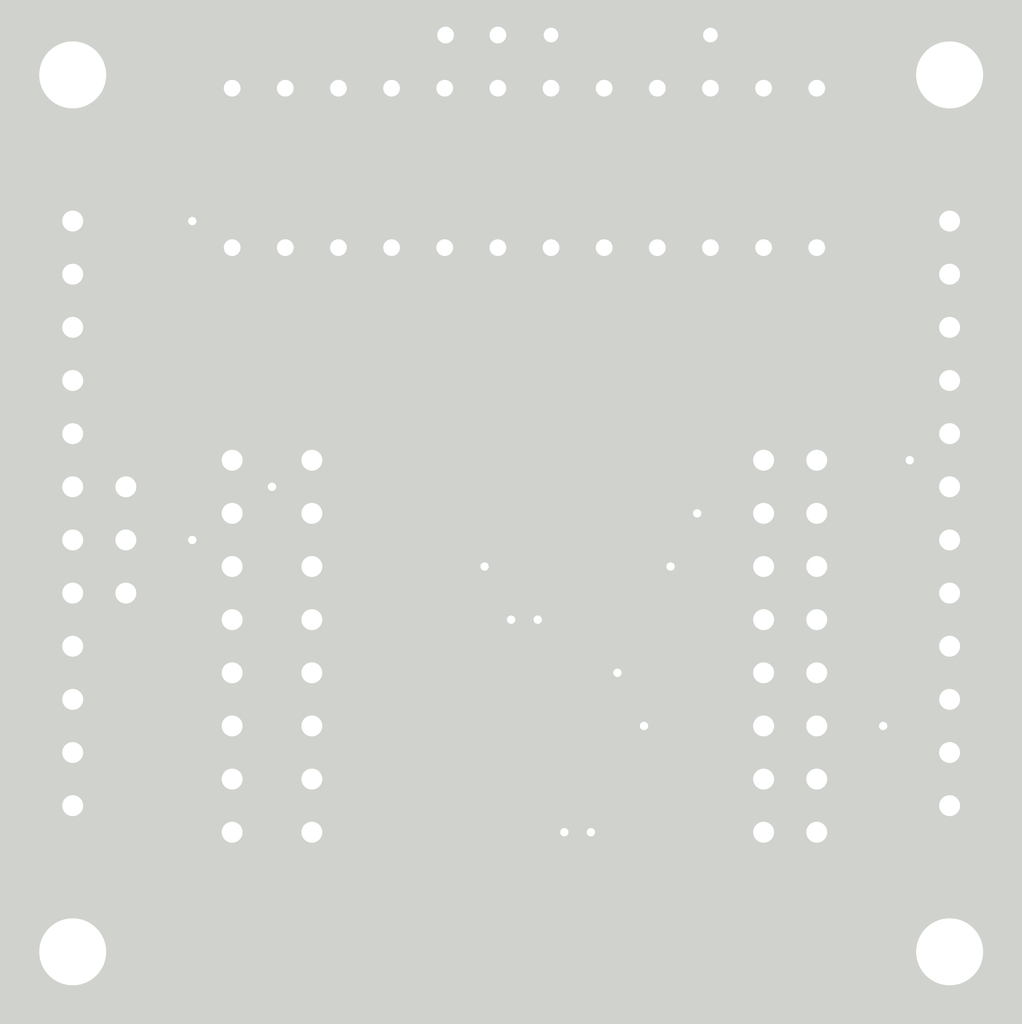
<source format=kicad_pcb>
(kicad_pcb (version 4) (host pcbnew 4.0.7+dfsg1-1~bpo9+1)

  (general
    (links 56)
    (no_connects 0)
    (area 124.46 82.55 173.990001 132.080001)
    (thickness 1.6)
    (drawings 5)
    (tracks 218)
    (zones 0)
    (modules 14)
    (nets 30)
  )

  (page A4)
  (layers
    (0 F.Cu signal)
    (31 B.Cu signal)
    (32 B.Adhes user)
    (33 F.Adhes user)
    (34 B.Paste user)
    (35 F.Paste user)
    (36 B.SilkS user)
    (37 F.SilkS user)
    (38 B.Mask user)
    (39 F.Mask user)
    (40 Dwgs.User user)
    (41 Cmts.User user)
    (42 Eco1.User user)
    (43 Eco2.User user)
    (44 Edge.Cuts user hide)
    (45 Margin user)
    (46 B.CrtYd user)
    (47 F.CrtYd user)
    (48 B.Fab user)
    (49 F.Fab user)
  )

  (setup
    (last_trace_width 0.25)
    (user_trace_width 0.5)
    (trace_clearance 0.2)
    (zone_clearance 0.508)
    (zone_45_only no)
    (trace_min 0.2)
    (segment_width 0.2)
    (edge_width 0.1)
    (via_size 0.6)
    (via_drill 0.4)
    (via_min_size 0.4)
    (via_min_drill 0.3)
    (uvia_size 0.3)
    (uvia_drill 0.1)
    (uvias_allowed no)
    (uvia_min_size 0.2)
    (uvia_min_drill 0.1)
    (pcb_text_width 0.3)
    (pcb_text_size 1.5 1.5)
    (mod_edge_width 0.15)
    (mod_text_size 1 1)
    (mod_text_width 0.15)
    (pad_size 1.5 1.5)
    (pad_drill 0.6)
    (pad_to_mask_clearance 0)
    (aux_axis_origin 0 0)
    (visible_elements FFFFFF7F)
    (pcbplotparams
      (layerselection 0x00030_80000001)
      (usegerberextensions false)
      (excludeedgelayer true)
      (linewidth 0.100000)
      (plotframeref false)
      (viasonmask false)
      (mode 1)
      (useauxorigin false)
      (hpglpennumber 1)
      (hpglpenspeed 20)
      (hpglpendiameter 15)
      (hpglpenoverlay 2)
      (psnegative false)
      (psa4output false)
      (plotreference true)
      (plotvalue true)
      (plotinvisibletext false)
      (padsonsilk false)
      (subtractmaskfromsilk false)
      (outputformat 1)
      (mirror false)
      (drillshape 1)
      (scaleselection 1)
      (outputdirectory ""))
  )

  (net 0 "")
  (net 1 /VIN)
  (net 2 /VCC)
  (net 3 /L3)
  (net 4 /L4)
  (net 5 /L5)
  (net 6 /L6)
  (net 7 /L7)
  (net 8 /GND)
  (net 9 /SCK)
  (net 10 /MISO)
  (net 11 /MOSI)
  (net 12 /CS)
  (net 13 "Net-(J2-Pad1)")
  (net 14 "Net-(J2-Pad2)")
  (net 15 "Net-(J2-Pad3)")
  (net 16 "Net-(J2-Pad4)")
  (net 17 "Net-(J2-Pad5)")
  (net 18 "Net-(J2-Pad6)")
  (net 19 "Net-(J2-Pad7)")
  (net 20 "Net-(J2-Pad8)")
  (net 21 "Net-(J3-Pad1)")
  (net 22 "Net-(J3-Pad2)")
  (net 23 "Net-(J3-Pad3)")
  (net 24 "Net-(J3-Pad4)")
  (net 25 "Net-(J3-Pad5)")
  (net 26 "Net-(J3-Pad6)")
  (net 27 "Net-(J3-Pad7)")
  (net 28 "Net-(J3-Pad8)")
  (net 29 "Net-(R1-Pad1)")

  (net_class Default "This is the default net class."
    (clearance 0.2)
    (trace_width 0.25)
    (via_dia 0.6)
    (via_drill 0.4)
    (uvia_dia 0.3)
    (uvia_drill 0.1)
    (add_net /CS)
    (add_net /GND)
    (add_net /L3)
    (add_net /L4)
    (add_net /L5)
    (add_net /L6)
    (add_net /L7)
    (add_net /MISO)
    (add_net /MOSI)
    (add_net /SCK)
    (add_net /VCC)
    (add_net /VIN)
    (add_net "Net-(J2-Pad1)")
    (add_net "Net-(J2-Pad2)")
    (add_net "Net-(J2-Pad3)")
    (add_net "Net-(J2-Pad4)")
    (add_net "Net-(J2-Pad5)")
    (add_net "Net-(J2-Pad6)")
    (add_net "Net-(J2-Pad7)")
    (add_net "Net-(J2-Pad8)")
    (add_net "Net-(J3-Pad1)")
    (add_net "Net-(J3-Pad2)")
    (add_net "Net-(J3-Pad3)")
    (add_net "Net-(J3-Pad4)")
    (add_net "Net-(J3-Pad5)")
    (add_net "Net-(J3-Pad6)")
    (add_net "Net-(J3-Pad7)")
    (add_net "Net-(J3-Pad8)")
    (add_net "Net-(R1-Pad1)")
  )

  (module Pin_Headers:Pin_Header_Straight_1x08_Pitch2.54mm (layer F.Cu) (tedit 59650532) (tstamp 5B0004F8)
    (at 139.7 104.775)
    (descr "Through hole straight pin header, 1x08, 2.54mm pitch, single row")
    (tags "Through hole pin header THT 1x08 2.54mm single row")
    (path /5B00044B)
    (fp_text reference J4 (at 0 -2.33) (layer F.SilkS)
      (effects (font (size 1 1) (thickness 0.15)))
    )
    (fp_text value Digits (at 0 20.11) (layer F.Fab)
      (effects (font (size 1 1) (thickness 0.15)))
    )
    (fp_line (start -0.635 -1.27) (end 1.27 -1.27) (layer F.Fab) (width 0.1))
    (fp_line (start 1.27 -1.27) (end 1.27 19.05) (layer F.Fab) (width 0.1))
    (fp_line (start 1.27 19.05) (end -1.27 19.05) (layer F.Fab) (width 0.1))
    (fp_line (start -1.27 19.05) (end -1.27 -0.635) (layer F.Fab) (width 0.1))
    (fp_line (start -1.27 -0.635) (end -0.635 -1.27) (layer F.Fab) (width 0.1))
    (fp_line (start -1.33 19.11) (end 1.33 19.11) (layer F.SilkS) (width 0.12))
    (fp_line (start -1.33 1.27) (end -1.33 19.11) (layer F.SilkS) (width 0.12))
    (fp_line (start 1.33 1.27) (end 1.33 19.11) (layer F.SilkS) (width 0.12))
    (fp_line (start -1.33 1.27) (end 1.33 1.27) (layer F.SilkS) (width 0.12))
    (fp_line (start -1.33 0) (end -1.33 -1.33) (layer F.SilkS) (width 0.12))
    (fp_line (start -1.33 -1.33) (end 0 -1.33) (layer F.SilkS) (width 0.12))
    (fp_line (start -1.8 -1.8) (end -1.8 19.55) (layer F.CrtYd) (width 0.05))
    (fp_line (start -1.8 19.55) (end 1.8 19.55) (layer F.CrtYd) (width 0.05))
    (fp_line (start 1.8 19.55) (end 1.8 -1.8) (layer F.CrtYd) (width 0.05))
    (fp_line (start 1.8 -1.8) (end -1.8 -1.8) (layer F.CrtYd) (width 0.05))
    (fp_text user %R (at 0 8.89 90) (layer F.Fab)
      (effects (font (size 1 1) (thickness 0.15)))
    )
    (pad 1 thru_hole rect (at 0 0) (size 1.7 1.7) (drill 1) (layers *.Cu *.Mask)
      (net 13 "Net-(J2-Pad1)"))
    (pad 2 thru_hole oval (at 0 2.54) (size 1.7 1.7) (drill 1) (layers *.Cu *.Mask)
      (net 14 "Net-(J2-Pad2)"))
    (pad 3 thru_hole oval (at 0 5.08) (size 1.7 1.7) (drill 1) (layers *.Cu *.Mask)
      (net 15 "Net-(J2-Pad3)"))
    (pad 4 thru_hole oval (at 0 7.62) (size 1.7 1.7) (drill 1) (layers *.Cu *.Mask)
      (net 16 "Net-(J2-Pad4)"))
    (pad 5 thru_hole oval (at 0 10.16) (size 1.7 1.7) (drill 1) (layers *.Cu *.Mask)
      (net 17 "Net-(J2-Pad5)"))
    (pad 6 thru_hole oval (at 0 12.7) (size 1.7 1.7) (drill 1) (layers *.Cu *.Mask)
      (net 18 "Net-(J2-Pad6)"))
    (pad 7 thru_hole oval (at 0 15.24) (size 1.7 1.7) (drill 1) (layers *.Cu *.Mask)
      (net 19 "Net-(J2-Pad7)"))
    (pad 8 thru_hole oval (at 0 17.78) (size 1.7 1.7) (drill 1) (layers *.Cu *.Mask)
      (net 20 "Net-(J2-Pad8)"))
    (model ${KISYS3DMOD}/Pin_Headers.3dshapes/Pin_Header_Straight_1x08_Pitch2.54mm.wrl
      (at (xyz 0 0 0))
      (scale (xyz 1 1 1))
      (rotate (xyz 0 0 0))
    )
  )

  (module Mounting_Holes:MountingHole_3.2mm_M3 (layer F.Cu) (tedit 5AC4CC02) (tstamp 5ACA4CBC)
    (at 128.27 86.36)
    (descr "Mounting Hole 3.2mm, no annular, M3")
    (tags "mounting hole 3.2mm no annular m3")
    (fp_text reference M3 (at 0 2.54) (layer F.Fab)
      (effects (font (size 1 1) (thickness 0.15)))
    )
    (fp_text value "" (at 0 4.2) (layer F.Fab) hide
      (effects (font (size 1 1) (thickness 0.15)))
    )
    (fp_circle (center 0 0) (end 3.2 0) (layer Cmts.User) (width 0.15))
    (fp_circle (center 0 0) (end 3.45 0) (layer F.CrtYd) (width 0.05))
    (pad 1 np_thru_hole circle (at 0 0) (size 3.2 3.2) (drill 3.2) (layers *.Cu *.Mask))
  )

  (module Mounting_Holes:MountingHole_3.2mm_M3 (layer F.Cu) (tedit 5AC4CC05) (tstamp 5ACA4CC9)
    (at 170.18 86.36)
    (descr "Mounting Hole 3.2mm, no annular, M3")
    (tags "mounting hole 3.2mm no annular m3")
    (fp_text reference M3 (at 0 2.54) (layer F.Fab)
      (effects (font (size 1 1) (thickness 0.15)))
    )
    (fp_text value "" (at 0 4.2) (layer F.Fab) hide
      (effects (font (size 1 1) (thickness 0.15)))
    )
    (fp_circle (center 0 0) (end 3.2 0) (layer Cmts.User) (width 0.15))
    (fp_circle (center 0 0) (end 3.45 0) (layer F.CrtYd) (width 0.05))
    (pad 1 np_thru_hole circle (at 0 0) (size 3.2 3.2) (drill 3.2) (layers *.Cu *.Mask))
  )

  (module Mounting_Holes:MountingHole_3.2mm_M3 (layer F.Cu) (tedit 5AC4CC09) (tstamp 5ACA4CD6)
    (at 170.18 128.27)
    (descr "Mounting Hole 3.2mm, no annular, M3")
    (tags "mounting hole 3.2mm no annular m3")
    (fp_text reference "" (at 0 -4.2) (layer F.SilkS) hide
      (effects (font (size 1 1) (thickness 0.15)))
    )
    (fp_text value M3 (at 0 -2.54) (layer F.Fab)
      (effects (font (size 1 1) (thickness 0.15)))
    )
    (fp_circle (center 0 0) (end 3.2 0) (layer Cmts.User) (width 0.15))
    (fp_circle (center 0 0) (end 3.45 0) (layer F.CrtYd) (width 0.05))
    (pad 1 np_thru_hole circle (at 0 0) (size 3.2 3.2) (drill 3.2) (layers *.Cu *.Mask))
  )

  (module Mounting_Holes:MountingHole_3.2mm_M3 (layer F.Cu) (tedit 5AC4CC0E) (tstamp 5ACA4CE3)
    (at 128.27 128.27)
    (descr "Mounting Hole 3.2mm, no annular, M3")
    (tags "mounting hole 3.2mm no annular m3")
    (fp_text reference "" (at 0 -4.2) (layer F.SilkS) hide
      (effects (font (size 1 1) (thickness 0.15)))
    )
    (fp_text value M3 (at 0 -2.54) (layer F.Fab)
      (effects (font (size 1 1) (thickness 0.15)))
    )
    (fp_circle (center 0 0) (end 3.2 0) (layer Cmts.User) (width 0.15))
    (fp_circle (center 0 0) (end 3.45 0) (layer F.CrtYd) (width 0.05))
    (pad 1 np_thru_hole circle (at 0 0) (size 3.2 3.2) (drill 3.2) (layers *.Cu *.Mask))
  )

  (module Pin_Headers:Pin_Header_Straight_1x12_Pitch2.54mm (layer F.Cu) (tedit 5B001610) (tstamp 5AFFEB0F)
    (at 128.27 93.345)
    (descr "Through hole straight pin header, 1x12, 2.54mm pitch, single row")
    (tags "Through hole pin header THT 1x12 2.54mm single row")
    (path /5AFFE54D)
    (fp_text reference I1 (at 0 -2.33) (layer F.Fab)
      (effects (font (size 1 1) (thickness 0.15)))
    )
    (fp_text value SerialInput (at -1.905 13.97 90) (layer F.Fab)
      (effects (font (size 1 1) (thickness 0.15)))
    )
    (fp_line (start -0.635 -1.27) (end 1.27 -1.27) (layer F.Fab) (width 0.1))
    (fp_line (start 1.27 -1.27) (end 1.27 29.21) (layer F.Fab) (width 0.1))
    (fp_line (start 1.27 29.21) (end -1.27 29.21) (layer F.Fab) (width 0.1))
    (fp_line (start -1.27 29.21) (end -1.27 -0.635) (layer F.Fab) (width 0.1))
    (fp_line (start -1.27 -0.635) (end -0.635 -1.27) (layer F.Fab) (width 0.1))
    (fp_line (start -1.33 29.27) (end 1.33 29.27) (layer F.SilkS) (width 0.12))
    (fp_line (start -1.33 1.27) (end -1.33 29.27) (layer F.SilkS) (width 0.12))
    (fp_line (start 1.33 1.27) (end 1.33 29.27) (layer F.SilkS) (width 0.12))
    (fp_line (start -1.33 1.27) (end 1.33 1.27) (layer F.SilkS) (width 0.12))
    (fp_line (start -1.33 0) (end -1.33 -1.33) (layer F.SilkS) (width 0.12))
    (fp_line (start -1.33 -1.33) (end 0 -1.33) (layer F.SilkS) (width 0.12))
    (fp_line (start -1.8 -1.8) (end -1.8 29.75) (layer F.CrtYd) (width 0.05))
    (fp_line (start -1.8 29.75) (end 1.8 29.75) (layer F.CrtYd) (width 0.05))
    (fp_line (start 1.8 29.75) (end 1.8 -1.8) (layer F.CrtYd) (width 0.05))
    (fp_line (start 1.8 -1.8) (end -1.8 -1.8) (layer F.CrtYd) (width 0.05))
    (fp_text user %R (at 0 13.97 90) (layer F.Fab)
      (effects (font (size 1 1) (thickness 0.15)))
    )
    (pad 1 thru_hole rect (at 0 0) (size 1.7 1.7) (drill 1) (layers *.Cu *.Mask)
      (net 1 /VIN))
    (pad 2 thru_hole oval (at 0 2.54) (size 1.7 1.7) (drill 1) (layers *.Cu *.Mask)
      (net 2 /VCC))
    (pad 3 thru_hole oval (at 0 5.08) (size 1.7 1.7) (drill 1) (layers *.Cu *.Mask)
      (net 8 /GND))
    (pad 4 thru_hole oval (at 0 7.62) (size 1.7 1.7) (drill 1) (layers *.Cu *.Mask))
    (pad 5 thru_hole oval (at 0 10.16) (size 1.7 1.7) (drill 1) (layers *.Cu *.Mask)
      (net 9 /SCK))
    (pad 6 thru_hole oval (at 0 12.7) (size 1.7 1.7) (drill 1) (layers *.Cu *.Mask)
      (net 10 /MISO))
    (pad 7 thru_hole oval (at 0 15.24) (size 1.7 1.7) (drill 1) (layers *.Cu *.Mask)
      (net 11 /MOSI))
    (pad 8 thru_hole oval (at 0 17.78) (size 1.7 1.7) (drill 1) (layers *.Cu *.Mask)
      (net 3 /L3))
    (pad 9 thru_hole oval (at 0 20.32) (size 1.7 1.7) (drill 1) (layers *.Cu *.Mask)
      (net 4 /L4))
    (pad 10 thru_hole oval (at 0 22.86) (size 1.7 1.7) (drill 1) (layers *.Cu *.Mask)
      (net 5 /L5))
    (pad 11 thru_hole oval (at 0 25.4) (size 1.7 1.7) (drill 1) (layers *.Cu *.Mask)
      (net 6 /L6))
    (pad 12 thru_hole oval (at 0 27.94) (size 1.7 1.7) (drill 1) (layers *.Cu *.Mask)
      (net 7 /L7))
    (model ${KISYS3DMOD}/Pin_Headers.3dshapes/Pin_Header_Straight_1x12_Pitch2.54mm.wrl
      (at (xyz 0 0 0))
      (scale (xyz 1 1 1))
      (rotate (xyz 0 0 0))
    )
  )

  (module Pin_Headers:Pin_Header_Straight_1x03_Pitch2.54mm (layer F.Cu) (tedit 5B00142D) (tstamp 5AFFEB26)
    (at 130.81 106.045)
    (descr "Through hole straight pin header, 1x03, 2.54mm pitch, single row")
    (tags "Through hole pin header THT 1x03 2.54mm single row")
    (path /5AFFE609)
    (fp_text reference J1 (at 1.905 2.54) (layer F.SilkS)
      (effects (font (size 1 1) (thickness 0.15)))
    )
    (fp_text value "Chip Select" (at 0 11.43 90) (layer F.SilkS)
      (effects (font (size 1 1) (thickness 0.15)))
    )
    (fp_line (start -0.635 -1.27) (end 1.27 -1.27) (layer F.Fab) (width 0.1))
    (fp_line (start 1.27 -1.27) (end 1.27 6.35) (layer F.Fab) (width 0.1))
    (fp_line (start 1.27 6.35) (end -1.27 6.35) (layer F.Fab) (width 0.1))
    (fp_line (start -1.27 6.35) (end -1.27 -0.635) (layer F.Fab) (width 0.1))
    (fp_line (start -1.27 -0.635) (end -0.635 -1.27) (layer F.Fab) (width 0.1))
    (fp_line (start -1.33 6.41) (end 1.33 6.41) (layer F.SilkS) (width 0.12))
    (fp_line (start -1.33 1.27) (end -1.33 6.41) (layer F.SilkS) (width 0.12))
    (fp_line (start 1.33 1.27) (end 1.33 6.41) (layer F.SilkS) (width 0.12))
    (fp_line (start -1.33 1.27) (end 1.33 1.27) (layer F.SilkS) (width 0.12))
    (fp_line (start -1.33 0) (end -1.33 -1.33) (layer F.SilkS) (width 0.12))
    (fp_line (start -1.33 -1.33) (end 0 -1.33) (layer F.SilkS) (width 0.12))
    (fp_line (start -1.8 -1.8) (end -1.8 6.85) (layer F.CrtYd) (width 0.05))
    (fp_line (start -1.8 6.85) (end 1.8 6.85) (layer F.CrtYd) (width 0.05))
    (fp_line (start 1.8 6.85) (end 1.8 -1.8) (layer F.CrtYd) (width 0.05))
    (fp_line (start 1.8 -1.8) (end -1.8 -1.8) (layer F.CrtYd) (width 0.05))
    (fp_text user %R (at 0 2.54 90) (layer F.Fab)
      (effects (font (size 1 1) (thickness 0.15)))
    )
    (pad 1 thru_hole rect (at 0 0) (size 1.7 1.7) (drill 1) (layers *.Cu *.Mask)
      (net 8 /GND))
    (pad 2 thru_hole oval (at 0 2.54) (size 1.7 1.7) (drill 1) (layers *.Cu *.Mask)
      (net 12 /CS))
    (pad 3 thru_hole oval (at 0 5.08) (size 1.7 1.7) (drill 1) (layers *.Cu *.Mask)
      (net 3 /L3))
    (model ${KISYS3DMOD}/Pin_Headers.3dshapes/Pin_Header_Straight_1x03_Pitch2.54mm.wrl
      (at (xyz 0 0 0))
      (scale (xyz 1 1 1))
      (rotate (xyz 0 0 0))
    )
  )

  (module Pin_Headers:Pin_Header_Straight_1x08_Pitch2.54mm (layer F.Cu) (tedit 5B00136E) (tstamp 5AFFEB42)
    (at 135.89 104.775)
    (descr "Through hole straight pin header, 1x08, 2.54mm pitch, single row")
    (tags "Through hole pin header THT 1x08 2.54mm single row")
    (path /5AFFE764)
    (fp_text reference J2 (at 0 -2.33) (layer F.SilkS)
      (effects (font (size 1 1) (thickness 0.15)))
    )
    (fp_text value Digits (at 6.35 8.89 90) (layer F.SilkS)
      (effects (font (size 1 1) (thickness 0.15)))
    )
    (fp_line (start -0.635 -1.27) (end 1.27 -1.27) (layer F.Fab) (width 0.1))
    (fp_line (start 1.27 -1.27) (end 1.27 19.05) (layer F.Fab) (width 0.1))
    (fp_line (start 1.27 19.05) (end -1.27 19.05) (layer F.Fab) (width 0.1))
    (fp_line (start -1.27 19.05) (end -1.27 -0.635) (layer F.Fab) (width 0.1))
    (fp_line (start -1.27 -0.635) (end -0.635 -1.27) (layer F.Fab) (width 0.1))
    (fp_line (start -1.33 19.11) (end 1.33 19.11) (layer F.SilkS) (width 0.12))
    (fp_line (start -1.33 1.27) (end -1.33 19.11) (layer F.SilkS) (width 0.12))
    (fp_line (start 1.33 1.27) (end 1.33 19.11) (layer F.SilkS) (width 0.12))
    (fp_line (start -1.33 1.27) (end 1.33 1.27) (layer F.SilkS) (width 0.12))
    (fp_line (start -1.33 0) (end -1.33 -1.33) (layer F.SilkS) (width 0.12))
    (fp_line (start -1.33 -1.33) (end 0 -1.33) (layer F.SilkS) (width 0.12))
    (fp_line (start -1.8 -1.8) (end -1.8 19.55) (layer F.CrtYd) (width 0.05))
    (fp_line (start -1.8 19.55) (end 1.8 19.55) (layer F.CrtYd) (width 0.05))
    (fp_line (start 1.8 19.55) (end 1.8 -1.8) (layer F.CrtYd) (width 0.05))
    (fp_line (start 1.8 -1.8) (end -1.8 -1.8) (layer F.CrtYd) (width 0.05))
    (fp_text user %R (at 0 8.89 90) (layer F.Fab)
      (effects (font (size 1 1) (thickness 0.15)))
    )
    (pad 1 thru_hole rect (at 0 0) (size 1.7 1.7) (drill 1) (layers *.Cu *.Mask)
      (net 13 "Net-(J2-Pad1)"))
    (pad 2 thru_hole oval (at 0 2.54) (size 1.7 1.7) (drill 1) (layers *.Cu *.Mask)
      (net 14 "Net-(J2-Pad2)"))
    (pad 3 thru_hole oval (at 0 5.08) (size 1.7 1.7) (drill 1) (layers *.Cu *.Mask)
      (net 15 "Net-(J2-Pad3)"))
    (pad 4 thru_hole oval (at 0 7.62) (size 1.7 1.7) (drill 1) (layers *.Cu *.Mask)
      (net 16 "Net-(J2-Pad4)"))
    (pad 5 thru_hole oval (at 0 10.16) (size 1.7 1.7) (drill 1) (layers *.Cu *.Mask)
      (net 17 "Net-(J2-Pad5)"))
    (pad 6 thru_hole oval (at 0 12.7) (size 1.7 1.7) (drill 1) (layers *.Cu *.Mask)
      (net 18 "Net-(J2-Pad6)"))
    (pad 7 thru_hole oval (at 0 15.24) (size 1.7 1.7) (drill 1) (layers *.Cu *.Mask)
      (net 19 "Net-(J2-Pad7)"))
    (pad 8 thru_hole oval (at 0 17.78) (size 1.7 1.7) (drill 1) (layers *.Cu *.Mask)
      (net 20 "Net-(J2-Pad8)"))
    (model ${KISYS3DMOD}/Pin_Headers.3dshapes/Pin_Header_Straight_1x08_Pitch2.54mm.wrl
      (at (xyz 0 0 0))
      (scale (xyz 1 1 1))
      (rotate (xyz 0 0 0))
    )
  )

  (module Pin_Headers:Pin_Header_Straight_1x08_Pitch2.54mm (layer F.Cu) (tedit 5B000E07) (tstamp 5AFFEB5E)
    (at 163.83 104.775)
    (descr "Through hole straight pin header, 1x08, 2.54mm pitch, single row")
    (tags "Through hole pin header THT 1x08 2.54mm single row")
    (path /5AFFE7B3)
    (fp_text reference J3 (at 0 -2.33) (layer F.SilkS)
      (effects (font (size 1 1) (thickness 0.15)))
    )
    (fp_text value Segments (at -5.08 8.89 90) (layer F.SilkS)
      (effects (font (size 1 1) (thickness 0.15)))
    )
    (fp_line (start -0.635 -1.27) (end 1.27 -1.27) (layer F.Fab) (width 0.1))
    (fp_line (start 1.27 -1.27) (end 1.27 19.05) (layer F.Fab) (width 0.1))
    (fp_line (start 1.27 19.05) (end -1.27 19.05) (layer F.Fab) (width 0.1))
    (fp_line (start -1.27 19.05) (end -1.27 -0.635) (layer F.Fab) (width 0.1))
    (fp_line (start -1.27 -0.635) (end -0.635 -1.27) (layer F.Fab) (width 0.1))
    (fp_line (start -1.33 19.11) (end 1.33 19.11) (layer F.SilkS) (width 0.12))
    (fp_line (start -1.33 1.27) (end -1.33 19.11) (layer F.SilkS) (width 0.12))
    (fp_line (start 1.33 1.27) (end 1.33 19.11) (layer F.SilkS) (width 0.12))
    (fp_line (start -1.33 1.27) (end 1.33 1.27) (layer F.SilkS) (width 0.12))
    (fp_line (start -1.33 0) (end -1.33 -1.33) (layer F.SilkS) (width 0.12))
    (fp_line (start -1.33 -1.33) (end 0 -1.33) (layer F.SilkS) (width 0.12))
    (fp_line (start -1.8 -1.8) (end -1.8 19.55) (layer F.CrtYd) (width 0.05))
    (fp_line (start -1.8 19.55) (end 1.8 19.55) (layer F.CrtYd) (width 0.05))
    (fp_line (start 1.8 19.55) (end 1.8 -1.8) (layer F.CrtYd) (width 0.05))
    (fp_line (start 1.8 -1.8) (end -1.8 -1.8) (layer F.CrtYd) (width 0.05))
    (fp_text user %R (at 0 8.89 90) (layer F.Fab)
      (effects (font (size 1 1) (thickness 0.15)))
    )
    (pad 1 thru_hole rect (at 0 0) (size 1.7 1.7) (drill 1) (layers *.Cu *.Mask)
      (net 21 "Net-(J3-Pad1)"))
    (pad 2 thru_hole oval (at 0 2.54) (size 1.7 1.7) (drill 1) (layers *.Cu *.Mask)
      (net 22 "Net-(J3-Pad2)"))
    (pad 3 thru_hole oval (at 0 5.08) (size 1.7 1.7) (drill 1) (layers *.Cu *.Mask)
      (net 23 "Net-(J3-Pad3)"))
    (pad 4 thru_hole oval (at 0 7.62) (size 1.7 1.7) (drill 1) (layers *.Cu *.Mask)
      (net 24 "Net-(J3-Pad4)"))
    (pad 5 thru_hole oval (at 0 10.16) (size 1.7 1.7) (drill 1) (layers *.Cu *.Mask)
      (net 25 "Net-(J3-Pad5)"))
    (pad 6 thru_hole oval (at 0 12.7) (size 1.7 1.7) (drill 1) (layers *.Cu *.Mask)
      (net 26 "Net-(J3-Pad6)"))
    (pad 7 thru_hole oval (at 0 15.24) (size 1.7 1.7) (drill 1) (layers *.Cu *.Mask)
      (net 27 "Net-(J3-Pad7)"))
    (pad 8 thru_hole oval (at 0 17.78) (size 1.7 1.7) (drill 1) (layers *.Cu *.Mask)
      (net 28 "Net-(J3-Pad8)"))
    (model ${KISYS3DMOD}/Pin_Headers.3dshapes/Pin_Header_Straight_1x08_Pitch2.54mm.wrl
      (at (xyz 0 0 0))
      (scale (xyz 1 1 1))
      (rotate (xyz 0 0 0))
    )
  )

  (module Pin_Headers:Pin_Header_Straight_1x12_Pitch2.54mm (layer F.Cu) (tedit 5AFFF125) (tstamp 5AFFEB5F)
    (at 170.18 93.345)
    (descr "Through hole straight pin header, 1x12, 2.54mm pitch, single row")
    (tags "Through hole pin header THT 1x12 2.54mm single row")
    (path /5AC3D61D)
    (fp_text reference O1 (at 0 -2.33) (layer F.Fab)
      (effects (font (size 1 1) (thickness 0.15)))
    )
    (fp_text value Output (at 0 30.27) (layer F.Fab)
      (effects (font (size 1 1) (thickness 0.15)))
    )
    (fp_line (start -0.635 -1.27) (end 1.27 -1.27) (layer F.Fab) (width 0.1))
    (fp_line (start 1.27 -1.27) (end 1.27 29.21) (layer F.Fab) (width 0.1))
    (fp_line (start 1.27 29.21) (end -1.27 29.21) (layer F.Fab) (width 0.1))
    (fp_line (start -1.27 29.21) (end -1.27 -0.635) (layer F.Fab) (width 0.1))
    (fp_line (start -1.27 -0.635) (end -0.635 -1.27) (layer F.Fab) (width 0.1))
    (fp_line (start -1.33 29.27) (end 1.33 29.27) (layer F.SilkS) (width 0.12))
    (fp_line (start -1.33 1.27) (end -1.33 29.27) (layer F.SilkS) (width 0.12))
    (fp_line (start 1.33 1.27) (end 1.33 29.27) (layer F.SilkS) (width 0.12))
    (fp_line (start -1.33 1.27) (end 1.33 1.27) (layer F.SilkS) (width 0.12))
    (fp_line (start -1.33 0) (end -1.33 -1.33) (layer F.SilkS) (width 0.12))
    (fp_line (start -1.33 -1.33) (end 0 -1.33) (layer F.SilkS) (width 0.12))
    (fp_line (start -1.8 -1.8) (end -1.8 29.75) (layer F.CrtYd) (width 0.05))
    (fp_line (start -1.8 29.75) (end 1.8 29.75) (layer F.CrtYd) (width 0.05))
    (fp_line (start 1.8 29.75) (end 1.8 -1.8) (layer F.CrtYd) (width 0.05))
    (fp_line (start 1.8 -1.8) (end -1.8 -1.8) (layer F.CrtYd) (width 0.05))
    (fp_text user %R (at 0 13.97 90) (layer F.Fab)
      (effects (font (size 1 1) (thickness 0.15)))
    )
    (pad 1 thru_hole rect (at 0 0) (size 1.7 1.7) (drill 1) (layers *.Cu *.Mask)
      (net 1 /VIN))
    (pad 2 thru_hole oval (at 0 2.54) (size 1.7 1.7) (drill 1) (layers *.Cu *.Mask)
      (net 2 /VCC))
    (pad 3 thru_hole oval (at 0 5.08) (size 1.7 1.7) (drill 1) (layers *.Cu *.Mask)
      (net 8 /GND))
    (pad 4 thru_hole oval (at 0 7.62) (size 1.7 1.7) (drill 1) (layers *.Cu *.Mask))
    (pad 5 thru_hole oval (at 0 10.16) (size 1.7 1.7) (drill 1) (layers *.Cu *.Mask)
      (net 9 /SCK))
    (pad 6 thru_hole oval (at 0 12.7) (size 1.7 1.7) (drill 1) (layers *.Cu *.Mask)
      (net 10 /MISO))
    (pad 7 thru_hole oval (at 0 15.24) (size 1.7 1.7) (drill 1) (layers *.Cu *.Mask)
      (net 11 /MOSI))
    (pad 8 thru_hole oval (at 0 17.78) (size 1.7 1.7) (drill 1) (layers *.Cu *.Mask)
      (net 3 /L3))
    (pad 9 thru_hole oval (at 0 20.32) (size 1.7 1.7) (drill 1) (layers *.Cu *.Mask)
      (net 4 /L4))
    (pad 10 thru_hole oval (at 0 22.86) (size 1.7 1.7) (drill 1) (layers *.Cu *.Mask)
      (net 5 /L5))
    (pad 11 thru_hole oval (at 0 25.4) (size 1.7 1.7) (drill 1) (layers *.Cu *.Mask)
      (net 6 /L6))
    (pad 12 thru_hole oval (at 0 27.94) (size 1.7 1.7) (drill 1) (layers *.Cu *.Mask)
      (net 7 /L7))
    (model ${KISYS3DMOD}/Pin_Headers.3dshapes/Pin_Header_Straight_1x12_Pitch2.54mm.wrl
      (at (xyz 0 0 0))
      (scale (xyz 1 1 1))
      (rotate (xyz 0 0 0))
    )
  )

  (module Resistors_THT:R_Axial_DIN0204_L3.6mm_D1.6mm_P7.62mm_Horizontal (layer F.Cu) (tedit 5AFFF10A) (tstamp 5AFFEB93)
    (at 151.13 84.455)
    (descr "Resistor, Axial_DIN0204 series, Axial, Horizontal, pin pitch=7.62mm, 0.16666666666666666W = 1/6W, length*diameter=3.6*1.6mm^2, http://cdn-reichelt.de/documents/datenblatt/B400/1_4W%23YAG.pdf")
    (tags "Resistor Axial_DIN0204 series Axial Horizontal pin pitch 7.62mm 0.16666666666666666W = 1/6W length 3.6mm diameter 1.6mm")
    (path /5AFFE6A6)
    (fp_text reference R1 (at 10.16 0) (layer F.Fab)
      (effects (font (size 1 1) (thickness 0.15)))
    )
    (fp_text value 10K (at 3.81 0) (layer F.SilkS)
      (effects (font (size 1 1) (thickness 0.15)))
    )
    (fp_line (start 2.01 -0.8) (end 2.01 0.8) (layer F.Fab) (width 0.1))
    (fp_line (start 2.01 0.8) (end 5.61 0.8) (layer F.Fab) (width 0.1))
    (fp_line (start 5.61 0.8) (end 5.61 -0.8) (layer F.Fab) (width 0.1))
    (fp_line (start 5.61 -0.8) (end 2.01 -0.8) (layer F.Fab) (width 0.1))
    (fp_line (start 0 0) (end 2.01 0) (layer F.Fab) (width 0.1))
    (fp_line (start 7.62 0) (end 5.61 0) (layer F.Fab) (width 0.1))
    (fp_line (start 1.95 -0.86) (end 1.95 0.86) (layer F.SilkS) (width 0.12))
    (fp_line (start 1.95 0.86) (end 5.67 0.86) (layer F.SilkS) (width 0.12))
    (fp_line (start 5.67 0.86) (end 5.67 -0.86) (layer F.SilkS) (width 0.12))
    (fp_line (start 5.67 -0.86) (end 1.95 -0.86) (layer F.SilkS) (width 0.12))
    (fp_line (start 0.88 0) (end 1.95 0) (layer F.SilkS) (width 0.12))
    (fp_line (start 6.74 0) (end 5.67 0) (layer F.SilkS) (width 0.12))
    (fp_line (start -0.95 -1.15) (end -0.95 1.15) (layer F.CrtYd) (width 0.05))
    (fp_line (start -0.95 1.15) (end 8.6 1.15) (layer F.CrtYd) (width 0.05))
    (fp_line (start 8.6 1.15) (end 8.6 -1.15) (layer F.CrtYd) (width 0.05))
    (fp_line (start 8.6 -1.15) (end -0.95 -1.15) (layer F.CrtYd) (width 0.05))
    (pad 1 thru_hole circle (at 0 0) (size 1.4 1.4) (drill 0.7) (layers *.Cu *.Mask)
      (net 29 "Net-(R1-Pad1)"))
    (pad 2 thru_hole oval (at 7.62 0) (size 1.4 1.4) (drill 0.7) (layers *.Cu *.Mask)
      (net 2 /VCC))
    (model ${KISYS3DMOD}/Resistors_THT.3dshapes/R_Axial_DIN0204_L3.6mm_D1.6mm_P7.62mm_Horizontal.wrl
      (at (xyz 0 0 0))
      (scale (xyz 0.393701 0.393701 0.393701))
      (rotate (xyz 0 0 0))
    )
  )

  (module Housings_DIP:DIP-24_W7.62mm (layer F.Cu) (tedit 5B0014A2) (tstamp 5AFFEBBF)
    (at 135.89 94.615 90)
    (descr "24-lead dip package, row spacing 7.62 mm (300 mils)")
    (tags "DIL DIP PDIP 2.54mm 7.62mm 300mil")
    (path /5AFFE4BA)
    (fp_text reference U1 (at 3.81 -2.39 90) (layer F.SilkS)
      (effects (font (size 1 1) (thickness 0.15)))
    )
    (fp_text value MAX7219 (at -2.54 13.97 180) (layer F.SilkS)
      (effects (font (size 1.5 1.5) (thickness 0.3)))
    )
    (fp_text user %R (at 3.81 27.94 90) (layer F.Fab)
      (effects (font (size 1 1) (thickness 0.15)))
    )
    (fp_line (start 1.635 -1.27) (end 6.985 -1.27) (layer F.Fab) (width 0.1))
    (fp_line (start 6.985 -1.27) (end 6.985 29.21) (layer F.Fab) (width 0.1))
    (fp_line (start 6.985 29.21) (end 0.635 29.21) (layer F.Fab) (width 0.1))
    (fp_line (start 0.635 29.21) (end 0.635 -0.27) (layer F.Fab) (width 0.1))
    (fp_line (start 0.635 -0.27) (end 1.635 -1.27) (layer F.Fab) (width 0.1))
    (fp_line (start 2.81 -1.39) (end 1.04 -1.39) (layer F.SilkS) (width 0.12))
    (fp_line (start 1.04 -1.39) (end 1.04 29.33) (layer F.SilkS) (width 0.12))
    (fp_line (start 1.04 29.33) (end 6.58 29.33) (layer F.SilkS) (width 0.12))
    (fp_line (start 6.58 29.33) (end 6.58 -1.39) (layer F.SilkS) (width 0.12))
    (fp_line (start 6.58 -1.39) (end 4.81 -1.39) (layer F.SilkS) (width 0.12))
    (fp_line (start -1.1 -1.6) (end -1.1 29.5) (layer F.CrtYd) (width 0.05))
    (fp_line (start -1.1 29.5) (end 8.7 29.5) (layer F.CrtYd) (width 0.05))
    (fp_line (start 8.7 29.5) (end 8.7 -1.6) (layer F.CrtYd) (width 0.05))
    (fp_line (start 8.7 -1.6) (end -1.1 -1.6) (layer F.CrtYd) (width 0.05))
    (fp_arc (start 3.81 -1.39) (end 2.81 -1.39) (angle -180) (layer F.SilkS) (width 0.12))
    (pad 1 thru_hole rect (at 0 0 90) (size 1.6 1.6) (drill 0.8) (layers *.Cu *.Mask)
      (net 11 /MOSI))
    (pad 13 thru_hole oval (at 7.62 27.94 90) (size 1.6 1.6) (drill 0.8) (layers *.Cu *.Mask)
      (net 9 /SCK))
    (pad 2 thru_hole oval (at 0 2.54 90) (size 1.6 1.6) (drill 0.8) (layers *.Cu *.Mask)
      (net 13 "Net-(J2-Pad1)"))
    (pad 14 thru_hole oval (at 7.62 25.4 90) (size 1.6 1.6) (drill 0.8) (layers *.Cu *.Mask)
      (net 21 "Net-(J3-Pad1)"))
    (pad 3 thru_hole oval (at 0 5.08 90) (size 1.6 1.6) (drill 0.8) (layers *.Cu *.Mask)
      (net 17 "Net-(J2-Pad5)"))
    (pad 15 thru_hole oval (at 7.62 22.86 90) (size 1.6 1.6) (drill 0.8) (layers *.Cu *.Mask)
      (net 26 "Net-(J3-Pad6)"))
    (pad 4 thru_hole oval (at 0 7.62 90) (size 1.6 1.6) (drill 0.8) (layers *.Cu *.Mask)
      (net 8 /GND))
    (pad 16 thru_hole oval (at 7.62 20.32 90) (size 1.6 1.6) (drill 0.8) (layers *.Cu *.Mask)
      (net 22 "Net-(J3-Pad2)"))
    (pad 5 thru_hole oval (at 0 10.16 90) (size 1.6 1.6) (drill 0.8) (layers *.Cu *.Mask)
      (net 19 "Net-(J2-Pad7)"))
    (pad 17 thru_hole oval (at 7.62 17.78 90) (size 1.6 1.6) (drill 0.8) (layers *.Cu *.Mask)
      (net 27 "Net-(J3-Pad7)"))
    (pad 6 thru_hole oval (at 0 12.7 90) (size 1.6 1.6) (drill 0.8) (layers *.Cu *.Mask)
      (net 15 "Net-(J2-Pad3)"))
    (pad 18 thru_hole oval (at 7.62 15.24 90) (size 1.6 1.6) (drill 0.8) (layers *.Cu *.Mask)
      (net 29 "Net-(R1-Pad1)"))
    (pad 7 thru_hole oval (at 0 15.24 90) (size 1.6 1.6) (drill 0.8) (layers *.Cu *.Mask)
      (net 16 "Net-(J2-Pad4)"))
    (pad 19 thru_hole oval (at 7.62 12.7 90) (size 1.6 1.6) (drill 0.8) (layers *.Cu *.Mask)
      (net 2 /VCC))
    (pad 8 thru_hole oval (at 0 17.78 90) (size 1.6 1.6) (drill 0.8) (layers *.Cu *.Mask)
      (net 20 "Net-(J2-Pad8)"))
    (pad 20 thru_hole oval (at 7.62 10.16 90) (size 1.6 1.6) (drill 0.8) (layers *.Cu *.Mask)
      (net 23 "Net-(J3-Pad3)"))
    (pad 9 thru_hole oval (at 0 20.32 90) (size 1.6 1.6) (drill 0.8) (layers *.Cu *.Mask)
      (net 8 /GND))
    (pad 21 thru_hole oval (at 7.62 7.62 90) (size 1.6 1.6) (drill 0.8) (layers *.Cu *.Mask)
      (net 25 "Net-(J3-Pad5)"))
    (pad 10 thru_hole oval (at 0 22.86 90) (size 1.6 1.6) (drill 0.8) (layers *.Cu *.Mask)
      (net 18 "Net-(J2-Pad6)"))
    (pad 22 thru_hole oval (at 7.62 5.08 90) (size 1.6 1.6) (drill 0.8) (layers *.Cu *.Mask)
      (net 28 "Net-(J3-Pad8)"))
    (pad 11 thru_hole oval (at 0 25.4 90) (size 1.6 1.6) (drill 0.8) (layers *.Cu *.Mask)
      (net 14 "Net-(J2-Pad2)"))
    (pad 23 thru_hole oval (at 7.62 2.54 90) (size 1.6 1.6) (drill 0.8) (layers *.Cu *.Mask)
      (net 24 "Net-(J3-Pad4)"))
    (pad 12 thru_hole oval (at 0 27.94 90) (size 1.6 1.6) (drill 0.8) (layers *.Cu *.Mask)
      (net 12 /CS))
    (pad 24 thru_hole oval (at 7.62 0 90) (size 1.6 1.6) (drill 0.8) (layers *.Cu *.Mask)
      (net 10 /MISO))
    (model ${KISYS3DMOD}/Housings_DIP.3dshapes/DIP-24_W7.62mm.wrl
      (at (xyz 0 0 0))
      (scale (xyz 1 1 1))
      (rotate (xyz 0 0 0))
    )
  )

  (module Capacitors_THT:C_Disc_D3.8mm_W2.6mm_P2.50mm (layer F.Cu) (tedit 5AFFF10D) (tstamp 5AFFECD9)
    (at 148.59 84.455 180)
    (descr "C, Disc series, Radial, pin pitch=2.50mm, , diameter*width=3.8*2.6mm^2, Capacitor, http://www.vishay.com/docs/45233/krseries.pdf")
    (tags "C Disc series Radial pin pitch 2.50mm  diameter 3.8mm width 2.6mm Capacitor")
    (path /5AFFEB2E)
    (fp_text reference C1 (at 1.25 -2.61 180) (layer F.SilkS)
      (effects (font (size 1 1) (thickness 0.15)))
    )
    (fp_text value C (at 5.08 0 180) (layer F.Fab)
      (effects (font (size 1 1) (thickness 0.15)))
    )
    (fp_line (start -0.65 -1.3) (end -0.65 1.3) (layer F.Fab) (width 0.1))
    (fp_line (start -0.65 1.3) (end 3.15 1.3) (layer F.Fab) (width 0.1))
    (fp_line (start 3.15 1.3) (end 3.15 -1.3) (layer F.Fab) (width 0.1))
    (fp_line (start 3.15 -1.3) (end -0.65 -1.3) (layer F.Fab) (width 0.1))
    (fp_line (start -0.71 -1.36) (end 3.21 -1.36) (layer F.SilkS) (width 0.12))
    (fp_line (start -0.71 1.36) (end 3.21 1.36) (layer F.SilkS) (width 0.12))
    (fp_line (start -0.71 -1.36) (end -0.71 -0.75) (layer F.SilkS) (width 0.12))
    (fp_line (start -0.71 0.75) (end -0.71 1.36) (layer F.SilkS) (width 0.12))
    (fp_line (start 3.21 -1.36) (end 3.21 -0.75) (layer F.SilkS) (width 0.12))
    (fp_line (start 3.21 0.75) (end 3.21 1.36) (layer F.SilkS) (width 0.12))
    (fp_line (start -1.05 -1.65) (end -1.05 1.65) (layer F.CrtYd) (width 0.05))
    (fp_line (start -1.05 1.65) (end 3.55 1.65) (layer F.CrtYd) (width 0.05))
    (fp_line (start 3.55 1.65) (end 3.55 -1.65) (layer F.CrtYd) (width 0.05))
    (fp_line (start 3.55 -1.65) (end -1.05 -1.65) (layer F.CrtYd) (width 0.05))
    (fp_text user %R (at 1.25 0 180) (layer F.Fab)
      (effects (font (size 1 1) (thickness 0.15)))
    )
    (pad 1 thru_hole circle (at 0 0 180) (size 1.6 1.6) (drill 0.8) (layers *.Cu *.Mask)
      (net 2 /VCC))
    (pad 2 thru_hole circle (at 2.5 0 180) (size 1.6 1.6) (drill 0.8) (layers *.Cu *.Mask)
      (net 8 /GND))
    (model ${KISYS3DMOD}/Capacitors_THT.3dshapes/C_Disc_D3.8mm_W2.6mm_P2.50mm.wrl
      (at (xyz 0 0 0))
      (scale (xyz 1 1 1))
      (rotate (xyz 0 0 0))
    )
  )

  (module Pin_Headers:Pin_Header_Straight_1x08_Pitch2.54mm (layer F.Cu) (tedit 59650532) (tstamp 5B000E63)
    (at 161.29 104.775)
    (descr "Through hole straight pin header, 1x08, 2.54mm pitch, single row")
    (tags "Through hole pin header THT 1x08 2.54mm single row")
    (path /5B000E0F)
    (fp_text reference J5 (at 0 -2.33) (layer F.SilkS)
      (effects (font (size 1 1) (thickness 0.15)))
    )
    (fp_text value Digits (at 0 20.11) (layer F.Fab)
      (effects (font (size 1 1) (thickness 0.15)))
    )
    (fp_line (start -0.635 -1.27) (end 1.27 -1.27) (layer F.Fab) (width 0.1))
    (fp_line (start 1.27 -1.27) (end 1.27 19.05) (layer F.Fab) (width 0.1))
    (fp_line (start 1.27 19.05) (end -1.27 19.05) (layer F.Fab) (width 0.1))
    (fp_line (start -1.27 19.05) (end -1.27 -0.635) (layer F.Fab) (width 0.1))
    (fp_line (start -1.27 -0.635) (end -0.635 -1.27) (layer F.Fab) (width 0.1))
    (fp_line (start -1.33 19.11) (end 1.33 19.11) (layer F.SilkS) (width 0.12))
    (fp_line (start -1.33 1.27) (end -1.33 19.11) (layer F.SilkS) (width 0.12))
    (fp_line (start 1.33 1.27) (end 1.33 19.11) (layer F.SilkS) (width 0.12))
    (fp_line (start -1.33 1.27) (end 1.33 1.27) (layer F.SilkS) (width 0.12))
    (fp_line (start -1.33 0) (end -1.33 -1.33) (layer F.SilkS) (width 0.12))
    (fp_line (start -1.33 -1.33) (end 0 -1.33) (layer F.SilkS) (width 0.12))
    (fp_line (start -1.8 -1.8) (end -1.8 19.55) (layer F.CrtYd) (width 0.05))
    (fp_line (start -1.8 19.55) (end 1.8 19.55) (layer F.CrtYd) (width 0.05))
    (fp_line (start 1.8 19.55) (end 1.8 -1.8) (layer F.CrtYd) (width 0.05))
    (fp_line (start 1.8 -1.8) (end -1.8 -1.8) (layer F.CrtYd) (width 0.05))
    (fp_text user %R (at 0 8.89 90) (layer F.Fab)
      (effects (font (size 1 1) (thickness 0.15)))
    )
    (pad 1 thru_hole rect (at 0 0) (size 1.7 1.7) (drill 1) (layers *.Cu *.Mask)
      (net 21 "Net-(J3-Pad1)"))
    (pad 2 thru_hole oval (at 0 2.54) (size 1.7 1.7) (drill 1) (layers *.Cu *.Mask)
      (net 22 "Net-(J3-Pad2)"))
    (pad 3 thru_hole oval (at 0 5.08) (size 1.7 1.7) (drill 1) (layers *.Cu *.Mask)
      (net 23 "Net-(J3-Pad3)"))
    (pad 4 thru_hole oval (at 0 7.62) (size 1.7 1.7) (drill 1) (layers *.Cu *.Mask)
      (net 24 "Net-(J3-Pad4)"))
    (pad 5 thru_hole oval (at 0 10.16) (size 1.7 1.7) (drill 1) (layers *.Cu *.Mask)
      (net 25 "Net-(J3-Pad5)"))
    (pad 6 thru_hole oval (at 0 12.7) (size 1.7 1.7) (drill 1) (layers *.Cu *.Mask)
      (net 26 "Net-(J3-Pad6)"))
    (pad 7 thru_hole oval (at 0 15.24) (size 1.7 1.7) (drill 1) (layers *.Cu *.Mask)
      (net 27 "Net-(J3-Pad7)"))
    (pad 8 thru_hole oval (at 0 17.78) (size 1.7 1.7) (drill 1) (layers *.Cu *.Mask)
      (net 28 "Net-(J3-Pad8)"))
    (model ${KISYS3DMOD}/Pin_Headers.3dshapes/Pin_Header_Straight_1x08_Pitch2.54mm.wrl
      (at (xyz 0 0 0))
      (scale (xyz 1 1 1))
      (rotate (xyz 0 0 0))
    )
  )

  (dimension 31.75 (width 0.3) (layer F.Fab) (tstamp 5B000B3D)
    (gr_text "31.750 mm" (at 151.765 127) (layer F.Fab) (tstamp 5B000B3E)
      (effects (font (size 1.5 1.5) (thickness 0.3)))
    )
    (feature1 (pts (xy 167.64 127.635) (xy 167.64 127)))
    (feature2 (pts (xy 135.89 127.635) (xy 135.89 127)))
    (crossbar (pts (xy 135.89 127) (xy 167.64 127)))
    (arrow1a (pts (xy 167.64 127) (xy 166.513496 127.586421)))
    (arrow1b (pts (xy 167.64 127) (xy 166.513496 126.413579)))
    (arrow2a (pts (xy 135.89 127) (xy 137.016504 127.586421)))
    (arrow2b (pts (xy 135.89 127) (xy 137.016504 126.413579)))
  )
  (dimension 24.13 (width 0.3) (layer F.Fab)
    (gr_text "24.130 mm" (at 151.765 125.095) (layer F.Fab)
      (effects (font (size 1.5 1.5) (thickness 0.3)))
    )
    (feature1 (pts (xy 139.7 124.46) (xy 139.7 125.095)))
    (feature2 (pts (xy 163.83 124.46) (xy 163.83 125.095)))
    (crossbar (pts (xy 163.83 125.095) (xy 139.7 125.095)))
    (arrow1a (pts (xy 139.7 125.095) (xy 140.826504 124.508579)))
    (arrow1b (pts (xy 139.7 125.095) (xy 140.826504 125.681421)))
    (arrow2a (pts (xy 163.83 125.095) (xy 162.703496 124.508579)))
    (arrow2b (pts (xy 163.83 125.095) (xy 162.703496 125.681421)))
  )
  (dimension 27.94 (width 0.3) (layer F.Fab)
    (gr_text "27.940 mm" (at 149.86 101.045) (layer F.Fab)
      (effects (font (size 1.5 1.5) (thickness 0.3)))
    )
    (feature1 (pts (xy 135.89 98.425) (xy 135.89 102.395)))
    (feature2 (pts (xy 163.83 98.425) (xy 163.83 102.395)))
    (crossbar (pts (xy 163.83 99.695) (xy 135.89 99.695)))
    (arrow1a (pts (xy 135.89 99.695) (xy 137.016504 99.108579)))
    (arrow1b (pts (xy 135.89 99.695) (xy 137.016504 100.281421)))
    (arrow2a (pts (xy 163.83 99.695) (xy 162.703496 99.108579)))
    (arrow2b (pts (xy 163.83 99.695) (xy 162.703496 100.281421)))
  )
  (gr_text GND (at 130.81 102.87 90) (layer F.SilkS)
    (effects (font (size 1 1) (thickness 0.2)))
  )
  (gr_text "MAX7219 8x8 LED Driver v1.0\nnickthecoder.co.uk" (at 149.225 128.27) (layer F.SilkS)
    (effects (font (size 1.5 1.5) (thickness 0.3)))
  )

  (segment (start 132.08 91.44) (end 132.715 90.805) (width 0.5) (layer F.Cu) (net 1))
  (segment (start 170.18 93.345) (end 166.37 93.345) (width 0.5) (layer F.Cu) (net 1))
  (segment (start 166.37 93.345) (end 163.83 90.805) (width 0.5) (layer F.Cu) (net 1) (tstamp 5AFFEEF6))
  (segment (start 128.27 93.345) (end 130.175 93.345) (width 0.5) (layer F.Cu) (net 1))
  (segment (start 130.175 93.345) (end 132.08 91.44) (width 0.5) (layer F.Cu) (net 1) (tstamp 5AFFEEDC))
  (segment (start 132.715 90.805) (end 163.83 90.805) (width 0.5) (layer F.Cu) (net 1) (tstamp 5AFFEF0D))
  (segment (start 128.27 93.345) (end 128.905 93.345) (width 0.5) (layer F.Cu) (net 1))
  (segment (start 165.1 88.9) (end 167.005 90.805) (width 0.5) (layer F.Cu) (net 2))
  (segment (start 167.005 90.805) (end 168.275 90.805) (width 0.5) (layer F.Cu) (net 2) (tstamp 5AFFEF3C))
  (segment (start 165.1 88.9) (end 166.37 87.63) (width 0.5) (layer F.Cu) (net 2))
  (segment (start 164.465 84.455) (end 158.75 84.455) (width 0.5) (layer F.Cu) (net 2) (tstamp 5AFFEF36))
  (segment (start 166.37 86.36) (end 164.465 84.455) (width 0.5) (layer F.Cu) (net 2) (tstamp 5AFFEF34))
  (segment (start 166.37 87.63) (end 166.37 86.36) (width 0.5) (layer F.Cu) (net 2) (tstamp 5AFFEF32))
  (segment (start 148.59 86.995) (end 148.59 84.455) (width 0.5) (layer F.Cu) (net 2))
  (segment (start 150.495 88.9) (end 165.1 88.9) (width 0.5) (layer F.Cu) (net 2) (tstamp 5AFFEEEB))
  (segment (start 148.59 86.995) (end 150.495 88.9) (width 0.5) (layer F.Cu) (net 2))
  (segment (start 172.085 94.615) (end 170.815 95.885) (width 0.5) (layer F.Cu) (net 2) (tstamp 5AFFEF00))
  (segment (start 172.085 92.075) (end 172.085 94.615) (width 0.5) (layer F.Cu) (net 2) (tstamp 5AFFEEFF))
  (segment (start 170.815 90.805) (end 172.085 92.075) (width 0.5) (layer F.Cu) (net 2) (tstamp 5AFFEEFD))
  (segment (start 168.275 90.805) (end 170.815 90.805) (width 0.5) (layer F.Cu) (net 2) (tstamp 5AFFEEFC))
  (segment (start 170.815 95.885) (end 170.18 95.885) (width 0.5) (layer F.Cu) (net 2) (tstamp 5AFFEF01))
  (segment (start 128.905 90.17) (end 130.81 90.17) (width 0.5) (layer F.Cu) (net 2))
  (segment (start 128.27 90.17) (end 128.905 90.17) (width 0.5) (layer F.Cu) (net 2) (tstamp 5AFFEED7))
  (segment (start 126.365 92.075) (end 128.27 90.17) (width 0.5) (layer F.Cu) (net 2) (tstamp 5AFFEED5))
  (segment (start 126.365 94.615) (end 126.365 92.075) (width 0.5) (layer F.Cu) (net 2) (tstamp 5AFFEED4))
  (segment (start 127.635 95.885) (end 126.365 94.615) (width 0.5) (layer F.Cu) (net 2) (tstamp 5AFFEED3))
  (segment (start 146.685 88.9) (end 148.59 86.995) (width 0.5) (layer F.Cu) (net 2) (tstamp 5AFFEEE8))
  (segment (start 132.08 88.9) (end 146.685 88.9) (width 0.5) (layer F.Cu) (net 2) (tstamp 5AFFEEE4))
  (segment (start 130.81 90.17) (end 132.08 88.9) (width 0.5) (layer F.Cu) (net 2) (tstamp 5AFFEEE3))
  (segment (start 128.27 95.885) (end 127.635 95.885) (width 0.5) (layer F.Cu) (net 2))
  (segment (start 128.27 111.125) (end 130.81 111.125) (width 0.25) (layer F.Cu) (net 3))
  (segment (start 128.27 111.125) (end 170.18 111.125) (width 0.25) (layer F.Cu) (net 3))
  (segment (start 170.18 113.665) (end 128.27 113.665) (width 0.25) (layer F.Cu) (net 4))
  (segment (start 128.27 116.205) (end 170.18 116.205) (width 0.25) (layer F.Cu) (net 5))
  (segment (start 170.18 118.745) (end 128.27 118.745) (width 0.25) (layer F.Cu) (net 6))
  (segment (start 128.27 121.285) (end 170.18 121.285) (width 0.25) (layer F.Cu) (net 7))
  (segment (start 145.415 96.52) (end 154.305 96.52) (width 0.5) (layer F.Cu) (net 8))
  (segment (start 143.51 94.615) (end 145.415 96.52) (width 0.5) (layer F.Cu) (net 8))
  (segment (start 143.51 94.615) (end 139.7 98.425) (width 0.5) (layer F.Cu) (net 8))
  (segment (start 128.27 98.425) (end 139.7 98.425) (width 0.5) (layer F.Cu) (net 8))
  (segment (start 154.305 96.52) (end 156.21 94.615) (width 0.5) (layer F.Cu) (net 8) (tstamp 5B0012D9))
  (segment (start 156.21 94.615) (end 160.02 98.425) (width 0.5) (layer F.Cu) (net 8))
  (segment (start 160.02 98.425) (end 170.18 98.425) (width 0.5) (layer F.Cu) (net 8) (tstamp 5B000EE0))
  (segment (start 163.83 86.995) (end 165.1 86.995) (width 0.25) (layer B.Cu) (net 9))
  (segment (start 172.085 101.6) (end 170.18 103.505) (width 0.25) (layer B.Cu) (net 9) (tstamp 5B000C9A))
  (segment (start 172.085 91.44) (end 172.085 101.6) (width 0.25) (layer B.Cu) (net 9) (tstamp 5B000C98))
  (segment (start 170.815 90.17) (end 172.085 91.44) (width 0.25) (layer B.Cu) (net 9) (tstamp 5B000C96))
  (segment (start 168.275 90.17) (end 170.815 90.17) (width 0.25) (layer B.Cu) (net 9) (tstamp 5B000C93))
  (segment (start 165.1 86.995) (end 168.275 90.17) (width 0.25) (layer B.Cu) (net 9) (tstamp 5B000C8F))
  (segment (start 128.27 103.505) (end 135.255 103.505) (width 0.25) (layer F.Cu) (net 9))
  (segment (start 135.255 103.505) (end 170.18 103.505) (width 0.25) (layer F.Cu) (net 9) (tstamp 5B00037A))
  (segment (start 135.89 86.995) (end 139.7 90.805) (width 0.25) (layer B.Cu) (net 10))
  (via (at 137.795 106.045) (size 0.6) (drill 0.4) (layers F.Cu B.Cu) (net 10))
  (segment (start 137.795 99.695) (end 137.795 106.045) (width 0.25) (layer B.Cu) (net 10) (tstamp 5B000EC2))
  (segment (start 139.7 97.79) (end 137.795 99.695) (width 0.25) (layer B.Cu) (net 10) (tstamp 5B000EC1))
  (segment (start 139.7 90.805) (end 139.7 97.79) (width 0.25) (layer B.Cu) (net 10) (tstamp 5B000EC0))
  (segment (start 132.715 104.775) (end 133.985 106.045) (width 0.25) (layer F.Cu) (net 10))
  (segment (start 133.985 106.045) (end 134.62 106.045) (width 0.25) (layer F.Cu) (net 10) (tstamp 5B000392))
  (segment (start 129.54 104.775) (end 132.715 104.775) (width 0.25) (layer F.Cu) (net 10))
  (segment (start 128.27 106.045) (end 129.54 104.775) (width 0.25) (layer F.Cu) (net 10))
  (segment (start 134.62 106.045) (end 137.16 106.045) (width 0.25) (layer F.Cu) (net 10) (tstamp 5B000371))
  (segment (start 137.16 106.045) (end 137.795 106.045) (width 0.25) (layer F.Cu) (net 10) (tstamp 5AFFEE87))
  (segment (start 137.795 106.045) (end 151.13 106.045) (width 0.25) (layer F.Cu) (net 10) (tstamp 5B000EC7))
  (segment (start 151.13 106.045) (end 170.18 106.045) (width 0.25) (layer F.Cu) (net 10) (tstamp 5AFFED21))
  (segment (start 133.35 109.22) (end 132.715 109.855) (width 0.25) (layer F.Cu) (net 11))
  (segment (start 128.27 108.585) (end 129.54 109.855) (width 0.25) (layer F.Cu) (net 11))
  (segment (start 129.54 109.855) (end 132.715 109.855) (width 0.25) (layer F.Cu) (net 11) (tstamp 5B000ED3))
  (segment (start 133.35 109.22) (end 133.985 108.585) (width 0.25) (layer F.Cu) (net 11) (tstamp 5B000EDA))
  (segment (start 135.89 94.615) (end 133.985 96.52) (width 0.25) (layer B.Cu) (net 11))
  (segment (start 133.985 96.52) (end 133.985 108.585) (width 0.25) (layer B.Cu) (net 11) (tstamp 5B000ECE))
  (via (at 133.985 108.585) (size 0.6) (drill 0.4) (layers F.Cu B.Cu) (net 11))
  (segment (start 170.18 108.585) (end 135.89 108.585) (width 0.25) (layer F.Cu) (net 11))
  (segment (start 135.89 108.585) (end 133.985 108.585) (width 0.25) (layer F.Cu) (net 11) (tstamp 5AFFEE8E))
  (segment (start 132.715 106.68) (end 132.715 94.615) (width 0.25) (layer B.Cu) (net 12))
  (segment (start 132.715 94.615) (end 133.35 93.98) (width 0.25) (layer B.Cu) (net 12) (tstamp 5B000ECB))
  (segment (start 163.83 94.615) (end 161.925 92.71) (width 0.25) (layer F.Cu) (net 12))
  (segment (start 132.715 106.68) (end 130.81 108.585) (width 0.25) (layer B.Cu) (net 12) (tstamp 5B000EC9))
  (segment (start 133.985 93.345) (end 133.35 93.98) (width 0.25) (layer B.Cu) (net 12) (tstamp 5B0003D3))
  (via (at 133.985 93.345) (size 0.6) (drill 0.4) (layers F.Cu B.Cu) (net 12))
  (segment (start 134.62 92.71) (end 133.985 93.345) (width 0.25) (layer F.Cu) (net 12) (tstamp 5B0003CA))
  (segment (start 161.925 92.71) (end 134.62 92.71) (width 0.25) (layer F.Cu) (net 12) (tstamp 5B0003C6))
  (segment (start 163.83 94.615) (end 163.83 93.98) (width 0.25) (layer F.Cu) (net 12))
  (segment (start 135.89 104.775) (end 139.7 104.775) (width 0.25) (layer F.Cu) (net 13))
  (segment (start 138.43 94.615) (end 138.43 95.25) (width 0.25) (layer B.Cu) (net 13))
  (segment (start 138.43 95.25) (end 135.89 97.79) (width 0.25) (layer B.Cu) (net 13) (tstamp 5B000D18))
  (segment (start 135.89 97.79) (end 135.89 104.775) (width 0.25) (layer B.Cu) (net 13) (tstamp 5B000D19))
  (segment (start 161.29 94.615) (end 161.29 98.425) (width 0.25) (layer B.Cu) (net 14))
  (segment (start 158.115 107.315) (end 139.7 107.315) (width 0.25) (layer F.Cu) (net 14) (tstamp 5B0011AC))
  (via (at 158.115 107.315) (size 0.6) (drill 0.4) (layers F.Cu B.Cu) (net 14))
  (segment (start 158.115 101.6) (end 158.115 107.315) (width 0.25) (layer B.Cu) (net 14) (tstamp 5B0011A9))
  (segment (start 161.29 98.425) (end 158.115 101.6) (width 0.25) (layer B.Cu) (net 14) (tstamp 5B0011A6))
  (segment (start 139.7 107.315) (end 135.89 107.315) (width 0.25) (layer F.Cu) (net 14))
  (segment (start 144.78 109.855) (end 147.955 109.855) (width 0.25) (layer F.Cu) (net 15))
  (segment (start 147.955 95.25) (end 148.59 94.615) (width 0.25) (layer B.Cu) (net 15) (tstamp 5B0013CB) (status 800000))
  (segment (start 147.955 109.855) (end 147.955 95.25) (width 0.25) (layer B.Cu) (net 15) (tstamp 5B0013CA))
  (via (at 147.955 109.855) (size 0.6) (drill 0.4) (layers F.Cu B.Cu) (net 15))
  (segment (start 144.78 109.855) (end 139.7 109.855) (width 0.25) (layer F.Cu) (net 15) (tstamp 5B0011DD))
  (segment (start 135.89 109.855) (end 139.7 109.855) (width 0.25) (layer F.Cu) (net 15))
  (segment (start 146.685 112.395) (end 149.225 112.395) (width 0.25) (layer F.Cu) (net 16))
  (segment (start 149.225 112.395) (end 149.225 96.52) (width 0.25) (layer B.Cu) (net 16) (tstamp 5B0013BF))
  (via (at 149.225 112.395) (size 0.6) (drill 0.4) (layers F.Cu B.Cu) (net 16))
  (segment (start 151.13 94.615) (end 149.225 96.52) (width 0.25) (layer B.Cu) (net 16))
  (segment (start 146.685 112.395) (end 139.7 112.395) (width 0.25) (layer F.Cu) (net 16) (tstamp 5B0011E6))
  (segment (start 139.7 112.395) (end 135.89 112.395) (width 0.25) (layer F.Cu) (net 16))
  (segment (start 140.97 94.615) (end 140.97 101.6) (width 0.25) (layer B.Cu) (net 17))
  (segment (start 140.97 101.6) (end 141.605 102.235) (width 0.25) (layer B.Cu) (net 17) (tstamp 5B000EB1))
  (segment (start 141.605 113.03) (end 139.7 114.935) (width 0.25) (layer B.Cu) (net 17) (tstamp 5B000D49))
  (segment (start 141.605 102.235) (end 141.605 113.03) (width 0.25) (layer B.Cu) (net 17) (tstamp 5B000EB4))
  (segment (start 135.89 114.935) (end 139.7 114.935) (width 0.25) (layer F.Cu) (net 17))
  (segment (start 153.035 117.475) (end 155.575 117.475) (width 0.25) (layer F.Cu) (net 18))
  (segment (start 155.575 117.475) (end 155.575 100.33) (width 0.25) (layer B.Cu) (net 18) (tstamp 5B00138F))
  (via (at 155.575 117.475) (size 0.6) (drill 0.4) (layers F.Cu B.Cu) (net 18))
  (segment (start 158.75 94.615) (end 158.75 97.155) (width 0.25) (layer B.Cu) (net 18))
  (segment (start 158.75 97.155) (end 155.575 100.33) (width 0.25) (layer B.Cu) (net 18) (tstamp 5B001254))
  (segment (start 153.035 117.475) (end 139.7 117.475) (width 0.25) (layer F.Cu) (net 18) (tstamp 5B00125D))
  (segment (start 139.7 117.475) (end 135.89 117.475) (width 0.25) (layer F.Cu) (net 18))
  (segment (start 146.05 94.615) (end 146.05 118.745) (width 0.25) (layer B.Cu) (net 19) (status 400000))
  (segment (start 144.78 120.015) (end 139.7 120.015) (width 0.25) (layer B.Cu) (net 19) (tstamp 5B0013DA) (status 800000))
  (segment (start 146.05 118.745) (end 144.78 120.015) (width 0.25) (layer B.Cu) (net 19) (tstamp 5B0013D5))
  (segment (start 146.05 94.615) (end 146.05 95.25) (width 0.25) (layer B.Cu) (net 19))
  (segment (start 135.89 120.015) (end 139.7 120.015) (width 0.25) (layer F.Cu) (net 19))
  (segment (start 149.225 122.555) (end 151.765 122.555) (width 0.25) (layer F.Cu) (net 20))
  (segment (start 151.765 122.555) (end 151.765 98.425) (width 0.25) (layer B.Cu) (net 20) (tstamp 5B0013AB))
  (via (at 151.765 122.555) (size 0.6) (drill 0.4) (layers F.Cu B.Cu) (net 20))
  (segment (start 153.67 94.615) (end 153.67 96.52) (width 0.25) (layer B.Cu) (net 20))
  (segment (start 153.67 96.52) (end 151.765 98.425) (width 0.25) (layer B.Cu) (net 20) (tstamp 5B001214))
  (segment (start 149.225 122.555) (end 139.7 122.555) (width 0.25) (layer F.Cu) (net 20) (tstamp 5B001222))
  (segment (start 139.7 122.555) (end 135.89 122.555) (width 0.25) (layer F.Cu) (net 20))
  (segment (start 161.29 104.775) (end 163.83 104.775) (width 0.25) (layer F.Cu) (net 21))
  (segment (start 165.1 88.9) (end 164.465 88.265) (width 0.25) (layer B.Cu) (net 21))
  (segment (start 164.465 88.265) (end 162.56 88.265) (width 0.25) (layer B.Cu) (net 21) (tstamp 5B000CB5))
  (segment (start 168.275 104.775) (end 167.64 104.775) (width 0.25) (layer F.Cu) (net 21) (tstamp 5B000CB0))
  (via (at 168.275 104.775) (size 0.6) (drill 0.4) (layers F.Cu B.Cu) (net 21))
  (segment (start 168.275 92.075) (end 168.275 104.775) (width 0.25) (layer B.Cu) (net 21) (tstamp 5B000CAB))
  (segment (start 165.1 88.9) (end 168.275 92.075) (width 0.25) (layer B.Cu) (net 21) (tstamp 5B000CA8))
  (segment (start 161.29 86.995) (end 162.56 88.265) (width 0.25) (layer B.Cu) (net 21))
  (segment (start 167.64 104.775) (end 163.83 104.775) (width 0.25) (layer F.Cu) (net 21) (tstamp 5B000C36))
  (segment (start 161.29 107.315) (end 163.83 107.315) (width 0.25) (layer F.Cu) (net 22))
  (segment (start 160.02 90.805) (end 163.195 90.805) (width 0.25) (layer B.Cu) (net 22))
  (segment (start 165.735 105.41) (end 163.83 107.315) (width 0.25) (layer B.Cu) (net 22) (tstamp 5B000CD9))
  (segment (start 165.735 93.345) (end 165.735 105.41) (width 0.25) (layer B.Cu) (net 22) (tstamp 5B000CD5))
  (segment (start 163.195 90.805) (end 165.735 93.345) (width 0.25) (layer B.Cu) (net 22) (tstamp 5B000CD0))
  (segment (start 160.02 90.805) (end 156.21 86.995) (width 0.25) (layer B.Cu) (net 22) (tstamp 5B000C52))
  (segment (start 157.48 100.33) (end 156.845 100.965) (width 0.25) (layer B.Cu) (net 23))
  (segment (start 156.845 109.855) (end 157.48 109.855) (width 0.25) (layer F.Cu) (net 23) (tstamp 5B0011A0))
  (via (at 156.845 109.855) (size 0.6) (drill 0.4) (layers F.Cu B.Cu) (net 23))
  (segment (start 156.845 100.965) (end 156.845 109.855) (width 0.25) (layer B.Cu) (net 23) (tstamp 5B00119D))
  (segment (start 158.115 109.855) (end 157.48 109.855) (width 0.25) (layer F.Cu) (net 23))
  (segment (start 158.115 109.855) (end 161.29 109.855) (width 0.25) (layer F.Cu) (net 23) (tstamp 5B0010C4))
  (segment (start 157.48 100.33) (end 158.115 99.695) (width 0.25) (layer B.Cu) (net 23) (tstamp 5B001178))
  (segment (start 158.115 99.695) (end 160.02 97.79) (width 0.25) (layer B.Cu) (net 23) (tstamp 5B0010BE))
  (segment (start 155.575 89.535) (end 160.02 93.98) (width 0.25) (layer B.Cu) (net 23) (tstamp 5B00104E))
  (segment (start 146.05 86.995) (end 148.59 89.535) (width 0.25) (layer B.Cu) (net 23))
  (segment (start 148.59 89.535) (end 151.765 89.535) (width 0.25) (layer B.Cu) (net 23) (tstamp 5B000F12))
  (segment (start 151.765 89.535) (end 154.305 89.535) (width 0.25) (layer B.Cu) (net 23))
  (segment (start 155.575 89.535) (end 154.305 89.535) (width 0.25) (layer B.Cu) (net 23))
  (segment (start 160.02 93.98) (end 160.02 97.79) (width 0.25) (layer B.Cu) (net 23) (tstamp 5B00104F))
  (segment (start 161.29 109.855) (end 163.83 109.855) (width 0.25) (layer F.Cu) (net 23))
  (via (at 150.495 112.395) (size 0.6) (drill 0.4) (layers F.Cu B.Cu) (net 24))
  (segment (start 150.495 112.395) (end 150.495 98.425) (width 0.25) (layer B.Cu) (net 24) (tstamp 5B0013B8))
  (segment (start 152.4 96.52) (end 150.495 98.425) (width 0.25) (layer B.Cu) (net 24))
  (segment (start 138.43 87.63) (end 144.145 93.345) (width 0.25) (layer B.Cu) (net 24) (tstamp 5B0010F4))
  (segment (start 144.145 93.345) (end 151.765 93.345) (width 0.25) (layer B.Cu) (net 24) (tstamp 5B0010F8))
  (segment (start 151.765 93.345) (end 152.4 93.98) (width 0.25) (layer B.Cu) (net 24) (tstamp 5B0010FA))
  (segment (start 152.4 93.98) (end 152.4 96.52) (width 0.25) (layer B.Cu) (net 24) (tstamp 5B0010FB))
  (segment (start 150.495 112.395) (end 152.4 112.395) (width 0.25) (layer F.Cu) (net 24) (tstamp 5B0013B5))
  (segment (start 138.43 86.995) (end 138.43 87.63) (width 0.25) (layer B.Cu) (net 24))
  (segment (start 152.4 112.395) (end 161.29 112.395) (width 0.25) (layer F.Cu) (net 24) (tstamp 5B0010FF))
  (segment (start 161.29 112.395) (end 163.83 112.395) (width 0.25) (layer F.Cu) (net 24))
  (via (at 154.305 114.935) (size 0.6) (drill 0.4) (layers F.Cu B.Cu) (net 25))
  (segment (start 154.305 114.935) (end 154.305 100.33) (width 0.25) (layer B.Cu) (net 25) (tstamp 5B001399))
  (segment (start 154.305 100.33) (end 157.48 97.155) (width 0.25) (layer B.Cu) (net 25) (tstamp 5B00139C))
  (segment (start 155.575 114.935) (end 154.305 114.935) (width 0.25) (layer F.Cu) (net 25))
  (segment (start 155.575 114.935) (end 156.21 114.935) (width 0.25) (layer F.Cu) (net 25) (tstamp 5B00119A))
  (segment (start 156.21 114.935) (end 156.845 114.935) (width 0.25) (layer F.Cu) (net 25) (tstamp 5B001171))
  (segment (start 156.845 114.935) (end 161.29 114.935) (width 0.25) (layer F.Cu) (net 25) (tstamp 5B0010CF))
  (segment (start 154.305 90.805) (end 157.48 93.98) (width 0.25) (layer B.Cu) (net 25))
  (segment (start 146.685 90.17) (end 147.32 90.805) (width 0.25) (layer B.Cu) (net 25))
  (segment (start 157.48 93.98) (end 157.48 97.155) (width 0.25) (layer B.Cu) (net 25) (tstamp 5B001119))
  (segment (start 147.32 90.805) (end 154.305 90.805) (width 0.25) (layer B.Cu) (net 25) (tstamp 5B001079))
  (segment (start 143.51 86.995) (end 146.685 90.17) (width 0.25) (layer B.Cu) (net 25))
  (segment (start 161.29 114.935) (end 163.83 114.935) (width 0.25) (layer F.Cu) (net 25))
  (segment (start 161.29 117.475) (end 163.83 117.475) (width 0.25) (layer F.Cu) (net 26))
  (segment (start 161.29 89.535) (end 163.83 89.535) (width 0.25) (layer B.Cu) (net 26))
  (segment (start 167.005 117.475) (end 166.37 117.475) (width 0.25) (layer F.Cu) (net 26) (tstamp 5B000CCD))
  (via (at 167.005 117.475) (size 0.6) (drill 0.4) (layers F.Cu B.Cu) (net 26))
  (segment (start 167.005 92.71) (end 167.005 117.475) (width 0.25) (layer B.Cu) (net 26) (tstamp 5B000CC1))
  (segment (start 163.83 89.535) (end 167.005 92.71) (width 0.25) (layer B.Cu) (net 26) (tstamp 5B000CC0))
  (segment (start 158.75 86.995) (end 161.29 89.535) (width 0.25) (layer B.Cu) (net 26))
  (segment (start 166.37 117.475) (end 163.83 117.475) (width 0.25) (layer F.Cu) (net 26) (tstamp 5B000C3F))
  (segment (start 156.845 89.535) (end 155.575 88.265) (width 0.25) (layer B.Cu) (net 27))
  (segment (start 155.575 88.265) (end 154.94 88.265) (width 0.25) (layer B.Cu) (net 27) (tstamp 5B001049))
  (segment (start 160.02 92.075) (end 159.385 92.075) (width 0.25) (layer B.Cu) (net 27))
  (segment (start 159.385 92.075) (end 156.845 89.535) (width 0.25) (layer B.Cu) (net 27) (tstamp 5B001043))
  (segment (start 160.02 92.075) (end 161.29 92.075) (width 0.25) (layer B.Cu) (net 27) (tstamp 5B001041))
  (segment (start 162.56 99.695) (end 159.385 102.87) (width 0.25) (layer B.Cu) (net 27) (tstamp 5B001032))
  (segment (start 162.56 93.345) (end 162.56 99.695) (width 0.25) (layer B.Cu) (net 27) (tstamp 5B001030))
  (segment (start 161.29 92.075) (end 162.56 93.345) (width 0.25) (layer B.Cu) (net 27) (tstamp 5B00102E))
  (segment (start 159.385 118.11) (end 161.29 120.015) (width 0.25) (layer B.Cu) (net 27))
  (segment (start 159.385 102.87) (end 159.385 118.11) (width 0.25) (layer B.Cu) (net 27) (tstamp 5B001037))
  (segment (start 160.655 120.015) (end 161.29 120.015) (width 0.25) (layer B.Cu) (net 27) (tstamp 5B000FA1))
  (segment (start 153.67 86.995) (end 154.94 88.265) (width 0.25) (layer B.Cu) (net 27))
  (segment (start 161.29 120.015) (end 163.83 120.015) (width 0.25) (layer F.Cu) (net 27))
  (segment (start 153.035 99.695) (end 153.035 122.555) (width 0.25) (layer B.Cu) (net 28))
  (via (at 153.035 122.555) (size 0.6) (drill 0.4) (layers F.Cu B.Cu) (net 28))
  (segment (start 154.305 98.425) (end 153.035 99.695) (width 0.25) (layer B.Cu) (net 28))
  (segment (start 153.035 122.555) (end 154.305 122.555) (width 0.25) (layer F.Cu) (net 28) (tstamp 5B0013A5))
  (segment (start 154.94 97.155) (end 154.94 97.79) (width 0.25) (layer B.Cu) (net 28))
  (segment (start 154.94 97.79) (end 154.305 98.425) (width 0.25) (layer B.Cu) (net 28) (tstamp 5B00120E))
  (segment (start 154.94 122.555) (end 154.305 122.555) (width 0.25) (layer F.Cu) (net 28))
  (segment (start 161.29 122.555) (end 154.94 122.555) (width 0.25) (layer F.Cu) (net 28))
  (segment (start 140.97 86.995) (end 145.415 91.44) (width 0.25) (layer B.Cu) (net 28))
  (segment (start 145.415 91.44) (end 146.05 92.075) (width 0.25) (layer B.Cu) (net 28))
  (segment (start 154.94 93.345) (end 154.94 97.155) (width 0.25) (layer B.Cu) (net 28) (tstamp 5B001092))
  (segment (start 153.67 92.075) (end 154.94 93.345) (width 0.25) (layer B.Cu) (net 28) (tstamp 5B00108F))
  (segment (start 146.05 92.075) (end 153.67 92.075) (width 0.25) (layer B.Cu) (net 28) (tstamp 5B00108E))
  (segment (start 161.29 122.555) (end 163.83 122.555) (width 0.25) (layer F.Cu) (net 28))
  (segment (start 151.13 84.455) (end 151.13 86.995) (width 0.5) (layer F.Cu) (net 29))

  (zone (net 0) (net_name "") (layer Edge.Cuts) (tstamp 5AC24303) (hatch edge 0.508)
    (connect_pads (clearance 0.508))
    (min_thickness 0.001)
    (fill yes (arc_segments 16) (thermal_gap 0.508) (thermal_bridge_width 0.508))
    (polygon
      (pts
        (xy 173.99 132.08) (xy 124.46 132.08) (xy 124.46 82.55) (xy 173.99 82.55)
      )
    )
    (filled_polygon
      (pts
        (xy 173.9895 132.0795) (xy 124.4605 132.0795) (xy 124.4605 82.5505) (xy 173.9895 82.5505)
      )
    )
  )
  (zone (net 8) (net_name /GND) (layer B.Cu) (tstamp 5AC245F7) (hatch edge 0.508)
    (connect_pads (clearance 0.508))
    (min_thickness 0.254)
    (fill yes (arc_segments 16) (thermal_gap 0.508) (thermal_bridge_width 0.508))
    (polygon
      (pts
        (xy 172.72 130.175) (xy 125.73 130.175) (xy 125.73 83.185) (xy 172.72 83.185)
      )
    )
    (filled_polygon
      (pts
        (xy 145.261861 83.447255) (xy 146.09 84.275395) (xy 146.918139 83.447255) (xy 146.877399 83.312) (xy 147.703827 83.312)
        (xy 147.374176 83.641077) (xy 147.346577 83.707544) (xy 147.343864 83.700995) (xy 147.097745 83.626861) (xy 146.269605 84.455)
        (xy 147.097745 85.283139) (xy 147.343864 85.209005) (xy 147.346196 85.202517) (xy 147.372757 85.2668) (xy 147.776077 85.670824)
        (xy 147.911954 85.727245) (xy 147.575302 85.952189) (xy 147.32 86.334275) (xy 147.064698 85.952189) (xy 146.75544 85.745549)
        (xy 146.844005 85.708864) (xy 146.918139 85.462745) (xy 146.09 84.634605) (xy 145.261861 85.462745) (xy 145.335995 85.708864)
        (xy 145.377263 85.723697) (xy 145.035302 85.952189) (xy 144.78 86.334275) (xy 144.524698 85.952189) (xy 144.059151 85.64112)
        (xy 143.51 85.531887) (xy 142.960849 85.64112) (xy 142.495302 85.952189) (xy 142.24 86.334275) (xy 141.984698 85.952189)
        (xy 141.519151 85.64112) (xy 140.97 85.531887) (xy 140.420849 85.64112) (xy 139.955302 85.952189) (xy 139.7 86.334275)
        (xy 139.444698 85.952189) (xy 138.979151 85.64112) (xy 138.43 85.531887) (xy 137.880849 85.64112) (xy 137.415302 85.952189)
        (xy 137.16 86.334275) (xy 136.904698 85.952189) (xy 136.439151 85.64112) (xy 135.89 85.531887) (xy 135.340849 85.64112)
        (xy 134.875302 85.952189) (xy 134.564233 86.417736) (xy 134.455 86.966887) (xy 134.455 87.023113) (xy 134.564233 87.572264)
        (xy 134.875302 88.037811) (xy 135.340849 88.34888) (xy 135.89 88.458113) (xy 136.213886 88.393688) (xy 138.94 91.119802)
        (xy 138.94 93.253332) (xy 138.43 93.151887) (xy 137.880849 93.26112) (xy 137.415302 93.572189) (xy 137.318899 93.716465)
        (xy 137.293162 93.579683) (xy 137.15409 93.363559) (xy 136.94189 93.218569) (xy 136.69 93.16756) (xy 135.09 93.16756)
        (xy 134.920127 93.199524) (xy 134.920162 93.159833) (xy 134.778117 92.816057) (xy 134.515327 92.552808) (xy 134.171799 92.410162)
        (xy 133.799833 92.409838) (xy 133.456057 92.551883) (xy 133.192808 92.814673) (xy 133.050162 93.158201) (xy 133.050121 93.205077)
        (xy 132.177599 94.077599) (xy 132.012852 94.324161) (xy 131.955 94.615) (xy 131.955 104.629874) (xy 131.786309 104.56)
        (xy 131.09575 104.56) (xy 130.937 104.71875) (xy 130.937 105.918) (xy 130.957 105.918) (xy 130.957 106.172)
        (xy 130.937 106.172) (xy 130.937 106.192) (xy 130.683 106.192) (xy 130.683 106.172) (xy 130.663 106.172)
        (xy 130.663 105.918) (xy 130.683 105.918) (xy 130.683 104.71875) (xy 130.52425 104.56) (xy 129.833691 104.56)
        (xy 129.600302 104.656673) (xy 129.421673 104.835301) (xy 129.353097 105.000858) (xy 129.349147 104.994946) (xy 129.019974 104.775)
        (xy 129.349147 104.555054) (xy 129.671054 104.073285) (xy 129.784093 103.505) (xy 129.671054 102.936715) (xy 129.349147 102.454946)
        (xy 129.019974 102.235) (xy 129.349147 102.015054) (xy 129.671054 101.533285) (xy 129.784093 100.965) (xy 129.671054 100.396715)
        (xy 129.349147 99.914946) (xy 129.008447 99.687298) (xy 129.151358 99.620183) (xy 129.541645 99.191924) (xy 129.711476 98.78189)
        (xy 129.590155 98.552) (xy 128.397 98.552) (xy 128.397 98.572) (xy 128.143 98.572) (xy 128.143 98.552)
        (xy 126.949845 98.552) (xy 126.828524 98.78189) (xy 126.998355 99.191924) (xy 127.388642 99.620183) (xy 127.531553 99.687298)
        (xy 127.190853 99.914946) (xy 126.868946 100.396715) (xy 126.755907 100.965) (xy 126.868946 101.533285) (xy 127.190853 102.015054)
        (xy 127.520026 102.235) (xy 127.190853 102.454946) (xy 126.868946 102.936715) (xy 126.755907 103.505) (xy 126.868946 104.073285)
        (xy 127.190853 104.555054) (xy 127.520026 104.775) (xy 127.190853 104.994946) (xy 126.868946 105.476715) (xy 126.755907 106.045)
        (xy 126.868946 106.613285) (xy 127.190853 107.095054) (xy 127.520026 107.315) (xy 127.190853 107.534946) (xy 126.868946 108.016715)
        (xy 126.755907 108.585) (xy 126.868946 109.153285) (xy 127.190853 109.635054) (xy 127.520026 109.855) (xy 127.190853 110.074946)
        (xy 126.868946 110.556715) (xy 126.755907 111.125) (xy 126.868946 111.693285) (xy 127.190853 112.175054) (xy 127.520026 112.395)
        (xy 127.190853 112.614946) (xy 126.868946 113.096715) (xy 126.755907 113.665) (xy 126.868946 114.233285) (xy 127.190853 114.715054)
        (xy 127.520026 114.935) (xy 127.190853 115.154946) (xy 126.868946 115.636715) (xy 126.755907 116.205) (xy 126.868946 116.773285)
        (xy 127.190853 117.255054) (xy 127.520026 117.475) (xy 127.190853 117.694946) (xy 126.868946 118.176715) (xy 126.755907 118.745)
        (xy 126.868946 119.313285) (xy 127.190853 119.795054) (xy 127.520026 120.015) (xy 127.190853 120.234946) (xy 126.868946 120.716715)
        (xy 126.755907 121.285) (xy 126.868946 121.853285) (xy 127.190853 122.335054) (xy 127.672622 122.656961) (xy 128.240907 122.77)
        (xy 128.299093 122.77) (xy 128.867378 122.656961) (xy 129.349147 122.335054) (xy 129.671054 121.853285) (xy 129.784093 121.285)
        (xy 129.671054 120.716715) (xy 129.349147 120.234946) (xy 129.019974 120.015) (xy 129.349147 119.795054) (xy 129.671054 119.313285)
        (xy 129.784093 118.745) (xy 129.671054 118.176715) (xy 129.349147 117.694946) (xy 129.019974 117.475) (xy 129.349147 117.255054)
        (xy 129.671054 116.773285) (xy 129.784093 116.205) (xy 129.671054 115.636715) (xy 129.349147 115.154946) (xy 129.019974 114.935)
        (xy 129.349147 114.715054) (xy 129.671054 114.233285) (xy 129.784093 113.665) (xy 129.671054 113.096715) (xy 129.349147 112.614946)
        (xy 129.019974 112.395) (xy 129.349147 112.175054) (xy 129.54 111.889422) (xy 129.730853 112.175054) (xy 130.212622 112.496961)
        (xy 130.780907 112.61) (xy 130.839093 112.61) (xy 131.407378 112.496961) (xy 131.889147 112.175054) (xy 132.211054 111.693285)
        (xy 132.324093 111.125) (xy 132.211054 110.556715) (xy 131.889147 110.074946) (xy 131.559974 109.855) (xy 131.889147 109.635054)
        (xy 132.211054 109.153285) (xy 132.324093 108.585) (xy 132.25121 108.218592) (xy 133.225 107.244802) (xy 133.225 108.022537)
        (xy 133.192808 108.054673) (xy 133.050162 108.398201) (xy 133.049838 108.770167) (xy 133.191883 109.113943) (xy 133.454673 109.377192)
        (xy 133.798201 109.519838) (xy 134.170167 109.520162) (xy 134.466898 109.397555) (xy 134.375907 109.855) (xy 134.488946 110.423285)
        (xy 134.810853 110.905054) (xy 135.140026 111.125) (xy 134.810853 111.344946) (xy 134.488946 111.826715) (xy 134.375907 112.395)
        (xy 134.488946 112.963285) (xy 134.810853 113.445054) (xy 135.140026 113.665) (xy 134.810853 113.884946) (xy 134.488946 114.366715)
        (xy 134.375907 114.935) (xy 134.488946 115.503285) (xy 134.810853 115.985054) (xy 135.140026 116.205) (xy 134.810853 116.424946)
        (xy 134.488946 116.906715) (xy 134.375907 117.475) (xy 134.488946 118.043285) (xy 134.810853 118.525054) (xy 135.140026 118.745)
        (xy 134.810853 118.964946) (xy 134.488946 119.446715) (xy 134.375907 120.015) (xy 134.488946 120.583285) (xy 134.810853 121.065054)
        (xy 135.140026 121.285) (xy 134.810853 121.504946) (xy 134.488946 121.986715) (xy 134.375907 122.555) (xy 134.488946 123.123285)
        (xy 134.810853 123.605054) (xy 135.292622 123.926961) (xy 135.860907 124.04) (xy 135.919093 124.04) (xy 136.487378 123.926961)
        (xy 136.969147 123.605054) (xy 137.291054 123.123285) (xy 137.404093 122.555) (xy 137.291054 121.986715) (xy 136.969147 121.504946)
        (xy 136.639974 121.285) (xy 136.969147 121.065054) (xy 137.291054 120.583285) (xy 137.404093 120.015) (xy 137.291054 119.446715)
        (xy 136.969147 118.964946) (xy 136.639974 118.745) (xy 136.969147 118.525054) (xy 137.291054 118.043285) (xy 137.404093 117.475)
        (xy 137.291054 116.906715) (xy 136.969147 116.424946) (xy 136.639974 116.205) (xy 136.969147 115.985054) (xy 137.291054 115.503285)
        (xy 137.404093 114.935) (xy 137.291054 114.366715) (xy 136.969147 113.884946) (xy 136.639974 113.665) (xy 136.969147 113.445054)
        (xy 137.291054 112.963285) (xy 137.404093 112.395) (xy 137.291054 111.826715) (xy 136.969147 111.344946) (xy 136.639974 111.125)
        (xy 136.969147 110.905054) (xy 137.291054 110.423285) (xy 137.404093 109.855) (xy 137.291054 109.286715) (xy 136.969147 108.804946)
        (xy 136.639974 108.585) (xy 136.969147 108.365054) (xy 137.291054 107.883285) (xy 137.404093 107.315) (xy 137.313046 106.857279)
        (xy 137.608201 106.979838) (xy 137.980167 106.980162) (xy 138.276898 106.857555) (xy 138.185907 107.315) (xy 138.298946 107.883285)
        (xy 138.620853 108.365054) (xy 138.950026 108.585) (xy 138.620853 108.804946) (xy 138.298946 109.286715) (xy 138.185907 109.855)
        (xy 138.298946 110.423285) (xy 138.620853 110.905054) (xy 138.950026 111.125) (xy 138.620853 111.344946) (xy 138.298946 111.826715)
        (xy 138.185907 112.395) (xy 138.298946 112.963285) (xy 138.620853 113.445054) (xy 138.950026 113.665) (xy 138.620853 113.884946)
        (xy 138.298946 114.366715) (xy 138.185907 114.935) (xy 138.298946 115.503285) (xy 138.620853 115.985054) (xy 138.950026 116.205)
        (xy 138.620853 116.424946) (xy 138.298946 116.906715) (xy 138.185907 117.475) (xy 138.298946 118.043285) (xy 138.620853 118.525054)
        (xy 138.950026 118.745) (xy 138.620853 118.964946) (xy 138.298946 119.446715) (xy 138.185907 120.015) (xy 138.298946 120.583285)
        (xy 138.620853 121.065054) (xy 138.950026 121.285) (xy 138.620853 121.504946) (xy 138.298946 121.986715) (xy 138.185907 122.555)
        (xy 138.298946 123.123285) (xy 138.620853 123.605054) (xy 139.102622 123.926961) (xy 139.670907 124.04) (xy 139.729093 124.04)
        (xy 140.297378 123.926961) (xy 140.779147 123.605054) (xy 141.101054 123.123285) (xy 141.214093 122.555) (xy 141.101054 121.986715)
        (xy 140.779147 121.504946) (xy 140.449974 121.285) (xy 140.779147 121.065054) (xy 140.972954 120.775) (xy 141.605 120.775)
        (xy 141.895839 120.717148) (xy 142.142401 120.552401) (xy 143.412401 119.282401) (xy 143.577148 119.03584) (xy 143.635 118.745)
        (xy 143.635 98.739802) (xy 144.037431 98.337371) (xy 144.02 98.425) (xy 144.02 109.292537) (xy 143.987808 109.324673)
        (xy 143.845162 109.668201) (xy 143.844838 110.040167) (xy 143.986883 110.383943) (xy 144.249673 110.647192) (xy 144.593201 110.789838)
        (xy 144.965167 110.790162) (xy 145.308943 110.648117) (xy 145.572192 110.385327) (xy 145.714838 110.041799) (xy 145.715162 109.669833)
        (xy 145.573117 109.326057) (xy 145.54 109.292882) (xy 145.54 98.739802) (xy 148.266114 96.013688) (xy 148.59 96.078113)
        (xy 148.592603 96.077595) (xy 146.147599 98.522599) (xy 145.982852 98.769161) (xy 145.925 99.06) (xy 145.925 111.832537)
        (xy 145.892808 111.864673) (xy 145.750162 112.208201) (xy 145.749838 112.580167) (xy 145.891883 112.923943) (xy 146.154673 113.187192)
        (xy 146.498201 113.329838) (xy 146.870167 113.330162) (xy 147.213943 113.188117) (xy 147.319954 113.08229) (xy 147.424673 113.187192)
        (xy 147.768201 113.329838) (xy 148.140167 113.330162) (xy 148.465 113.195944) (xy 148.465 121.992537) (xy 148.432808 122.024673)
        (xy 148.290162 122.368201) (xy 148.289838 122.740167) (xy 148.431883 123.083943) (xy 148.694673 123.347192) (xy 149.038201 123.489838)
        (xy 149.410167 123.490162) (xy 149.753943 123.348117) (xy 149.859954 123.24229) (xy 149.964673 123.347192) (xy 150.308201 123.489838)
        (xy 150.680167 123.490162) (xy 151.023943 123.348117) (xy 151.287192 123.085327) (xy 151.429838 122.741799) (xy 151.430162 122.369833)
        (xy 151.288117 122.026057) (xy 151.255 121.992882) (xy 151.255 115.735633) (xy 151.578201 115.869838) (xy 151.950167 115.870162)
        (xy 152.275 115.735944) (xy 152.275 116.912537) (xy 152.242808 116.944673) (xy 152.100162 117.288201) (xy 152.099838 117.660167)
        (xy 152.241883 118.003943) (xy 152.504673 118.267192) (xy 152.848201 118.409838) (xy 153.220167 118.410162) (xy 153.563943 118.268117)
        (xy 153.827192 118.005327) (xy 153.969838 117.661799) (xy 153.970162 117.289833) (xy 153.828117 116.946057) (xy 153.795 116.912882)
        (xy 153.795 103.184802) (xy 156.10243 100.877372) (xy 156.085 100.965) (xy 156.085 109.292537) (xy 156.052808 109.324673)
        (xy 155.910162 109.668201) (xy 155.909838 110.040167) (xy 156.051883 110.383943) (xy 156.314673 110.647192) (xy 156.658201 110.789838)
        (xy 157.030167 110.790162) (xy 157.373943 110.648117) (xy 157.637192 110.385327) (xy 157.779838 110.041799) (xy 157.780162 109.669833)
        (xy 157.638117 109.326057) (xy 157.605 109.292882) (xy 157.605 108.115633) (xy 157.928201 108.249838) (xy 158.300167 108.250162)
        (xy 158.625 108.115944) (xy 158.625 118.11) (xy 158.682852 118.400839) (xy 158.847599 118.647401) (xy 159.84879 119.648592)
        (xy 159.775907 120.015) (xy 159.888946 120.583285) (xy 160.210853 121.065054) (xy 160.540026 121.285) (xy 160.210853 121.504946)
        (xy 159.888946 121.986715) (xy 159.775907 122.555) (xy 159.888946 123.123285) (xy 160.210853 123.605054) (xy 160.692622 123.926961)
        (xy 161.260907 124.04) (xy 161.319093 124.04) (xy 161.887378 123.926961) (xy 162.369147 123.605054) (xy 162.56 123.319422)
        (xy 162.750853 123.605054) (xy 163.232622 123.926961) (xy 163.800907 124.04) (xy 163.859093 124.04) (xy 164.427378 123.926961)
        (xy 164.909147 123.605054) (xy 165.231054 123.123285) (xy 165.344093 122.555) (xy 165.231054 121.986715) (xy 164.909147 121.504946)
        (xy 164.579974 121.285) (xy 164.909147 121.065054) (xy 165.231054 120.583285) (xy 165.344093 120.015) (xy 165.231054 119.446715)
        (xy 164.909147 118.964946) (xy 164.579974 118.745) (xy 164.909147 118.525054) (xy 165.231054 118.043285) (xy 165.344093 117.475)
        (xy 165.231054 116.906715) (xy 164.909147 116.424946) (xy 164.579974 116.205) (xy 164.909147 115.985054) (xy 165.231054 115.503285)
        (xy 165.344093 114.935) (xy 165.231054 114.366715) (xy 164.909147 113.884946) (xy 164.579974 113.665) (xy 164.909147 113.445054)
        (xy 165.231054 112.963285) (xy 165.344093 112.395) (xy 165.231054 111.826715) (xy 164.909147 111.344946) (xy 164.579974 111.125)
        (xy 164.909147 110.905054) (xy 165.231054 110.423285) (xy 165.344093 109.855) (xy 165.231054 109.286715) (xy 164.909147 108.804946)
        (xy 164.579974 108.585) (xy 164.909147 108.365054) (xy 165.231054 107.883285) (xy 165.344093 107.315) (xy 165.27121 106.948592)
        (xy 166.245 105.974802) (xy 166.245 116.912537) (xy 166.212808 116.944673) (xy 166.070162 117.288201) (xy 166.069838 117.660167)
        (xy 166.211883 118.003943) (xy 166.474673 118.267192) (xy 166.818201 118.409838) (xy 167.190167 118.410162) (xy 167.533943 118.268117)
        (xy 167.797192 118.005327) (xy 167.939838 117.661799) (xy 167.940162 117.289833) (xy 167.798117 116.946057) (xy 167.765 116.912882)
        (xy 167.765 105.575633) (xy 168.088201 105.709838) (xy 168.460167 105.710162) (xy 168.756898 105.587555) (xy 168.665907 106.045)
        (xy 168.778946 106.613285) (xy 169.100853 107.095054) (xy 169.430026 107.315) (xy 169.100853 107.534946) (xy 168.778946 108.016715)
        (xy 168.665907 108.585) (xy 168.778946 109.153285) (xy 169.100853 109.635054) (xy 169.430026 109.855) (xy 169.100853 110.074946)
        (xy 168.778946 110.556715) (xy 168.665907 111.125) (xy 168.778946 111.693285) (xy 169.100853 112.175054) (xy 169.430026 112.395)
        (xy 169.100853 112.614946) (xy 168.778946 113.096715) (xy 168.665907 113.665) (xy 168.778946 114.233285) (xy 169.100853 114.715054)
        (xy 169.430026 114.935) (xy 169.100853 115.154946) (xy 168.778946 115.636715) (xy 168.665907 116.205) (xy 168.778946 116.773285)
        (xy 169.100853 117.255054) (xy 169.430026 117.475) (xy 169.100853 117.694946) (xy 168.778946 118.176715) (xy 168.665907 118.745)
        (xy 168.778946 119.313285) (xy 169.100853 119.795054) (xy 169.430026 120.015) (xy 169.100853 120.234946) (xy 168.778946 120.716715)
        (xy 168.665907 121.285) (xy 168.778946 121.853285) (xy 169.100853 122.335054) (xy 169.582622 122.656961) (xy 170.150907 122.77)
        (xy 170.209093 122.77) (xy 170.777378 122.656961) (xy 171.259147 122.335054) (xy 171.581054 121.853285) (xy 171.694093 121.285)
        (xy 171.581054 120.716715) (xy 171.259147 120.234946) (xy 170.929974 120.015) (xy 171.259147 119.795054) (xy 171.581054 119.313285)
        (xy 171.694093 118.745) (xy 171.581054 118.176715) (xy 171.259147 117.694946) (xy 170.929974 117.475) (xy 171.259147 117.255054)
        (xy 171.581054 116.773285) (xy 171.694093 116.205) (xy 171.581054 115.636715) (xy 171.259147 115.154946) (xy 170.929974 114.935)
        (xy 171.259147 114.715054) (xy 171.581054 114.233285) (xy 171.694093 113.665) (xy 171.581054 113.096715) (xy 171.259147 112.614946)
        (xy 170.929974 112.395) (xy 171.259147 112.175054) (xy 171.581054 111.693285) (xy 171.694093 111.125) (xy 171.581054 110.556715)
        (xy 171.259147 110.074946) (xy 170.929974 109.855) (xy 171.259147 109.635054) (xy 171.581054 109.153285) (xy 171.694093 108.585)
        (xy 171.581054 108.016715) (xy 171.259147 107.534946) (xy 170.929974 107.315) (xy 171.259147 107.095054) (xy 171.581054 106.613285)
        (xy 171.694093 106.045) (xy 171.581054 105.476715) (xy 171.259147 104.994946) (xy 170.929974 104.775) (xy 171.259147 104.555054)
        (xy 171.581054 104.073285) (xy 171.694093 103.505) (xy 171.62121 103.138592) (xy 172.593 102.166802) (xy 172.593 130.048)
        (xy 171.562423 130.048) (xy 172.073636 129.537679) (xy 172.414611 128.716519) (xy 172.415387 127.827381) (xy 172.075845 127.005628)
        (xy 171.447679 126.376364) (xy 170.626519 126.035389) (xy 169.737381 126.034613) (xy 168.915628 126.374155) (xy 168.286364 127.002321)
        (xy 167.945389 127.823481) (xy 167.944613 128.712619) (xy 168.284155 129.534372) (xy 168.796887 130.048) (xy 129.652423 130.048)
        (xy 130.163636 129.537679) (xy 130.504611 128.716519) (xy 130.505387 127.827381) (xy 130.165845 127.005628) (xy 129.537679 126.376364)
        (xy 128.716519 126.035389) (xy 127.827381 126.034613) (xy 127.005628 126.374155) (xy 126.376364 127.002321) (xy 126.035389 127.823481)
        (xy 126.034613 128.712619) (xy 126.374155 129.534372) (xy 126.886887 130.048) (xy 125.857 130.048) (xy 125.857 95.885)
        (xy 126.755907 95.885) (xy 126.868946 96.453285) (xy 127.190853 96.935054) (xy 127.531553 97.162702) (xy 127.388642 97.229817)
        (xy 126.998355 97.658076) (xy 126.828524 98.06811) (xy 126.949845 98.298) (xy 128.143 98.298) (xy 128.143 98.278)
        (xy 128.397 98.278) (xy 128.397 98.298) (xy 129.590155 98.298) (xy 129.711476 98.06811) (xy 129.541645 97.658076)
        (xy 129.151358 97.229817) (xy 129.008447 97.162702) (xy 129.349147 96.935054) (xy 129.671054 96.453285) (xy 129.784093 95.885)
        (xy 129.671054 95.316715) (xy 129.349147 94.834946) (xy 129.307548 94.80715) (xy 129.355317 94.798162) (xy 129.571441 94.65909)
        (xy 129.716431 94.44689) (xy 129.76744 94.195) (xy 129.76744 92.495) (xy 129.723162 92.259683) (xy 129.58409 92.043559)
        (xy 129.37189 91.898569) (xy 129.12 91.84756) (xy 127.42 91.84756) (xy 127.184683 91.891838) (xy 126.968559 92.03091)
        (xy 126.823569 92.24311) (xy 126.77256 92.495) (xy 126.77256 94.195) (xy 126.816838 94.430317) (xy 126.95591 94.646441)
        (xy 127.16811 94.791431) (xy 127.235541 94.805086) (xy 127.190853 94.834946) (xy 126.868946 95.316715) (xy 126.755907 95.885)
        (xy 125.857 95.885) (xy 125.857 86.802619) (xy 126.034613 86.802619) (xy 126.374155 87.624372) (xy 127.002321 88.253636)
        (xy 127.823481 88.594611) (xy 128.712619 88.595387) (xy 129.534372 88.255845) (xy 130.163636 87.627679) (xy 130.504611 86.806519)
        (xy 130.505387 85.917381) (xy 130.165845 85.095628) (xy 129.537679 84.466364) (xy 128.988254 84.238223) (xy 144.643035 84.238223)
        (xy 144.670222 84.808454) (xy 144.836136 85.209005) (xy 145.082255 85.283139) (xy 145.910395 84.455) (xy 145.082255 83.626861)
        (xy 144.836136 83.700995) (xy 144.643035 84.238223) (xy 128.988254 84.238223) (xy 128.716519 84.125389) (xy 127.827381 84.124613)
        (xy 127.005628 84.464155) (xy 126.376364 85.092321) (xy 126.035389 85.913481) (xy 126.034613 86.802619) (xy 125.857 86.802619)
        (xy 125.857 83.312) (xy 145.302601 83.312)
      )
    )
    (filled_polygon
      (pts
        (xy 143.637 94.488) (xy 143.657 94.488) (xy 143.657 94.742) (xy 143.637 94.742) (xy 143.637 95.884915)
        (xy 143.859039 96.006904) (xy 144.247423 95.846041) (xy 144.662389 95.470134) (xy 144.765014 95.253297) (xy 144.847881 95.377317)
        (xy 142.337599 97.887599) (xy 142.172852 98.134161) (xy 142.115 98.425) (xy 142.115 101.670198) (xy 141.73 101.285198)
        (xy 141.73 95.827995) (xy 141.984698 95.657811) (xy 142.254986 95.253297) (xy 142.357611 95.470134) (xy 142.772577 95.846041)
        (xy 143.160961 96.006904) (xy 143.383 95.884915) (xy 143.383 94.742) (xy 143.363 94.742) (xy 143.363 94.488)
        (xy 143.383 94.488) (xy 143.383 94.468) (xy 143.637 94.468)
      )
    )
    (filled_polygon
      (pts
        (xy 170.307 98.298) (xy 170.327 98.298) (xy 170.327 98.552) (xy 170.307 98.552) (xy 170.307 98.572)
        (xy 170.053 98.572) (xy 170.053 98.552) (xy 170.033 98.552) (xy 170.033 98.298) (xy 170.053 98.298)
        (xy 170.053 98.278) (xy 170.307 98.278)
      )
    )
    (filled_polygon
      (pts
        (xy 156.337 94.488) (xy 156.357 94.488) (xy 156.357 94.742) (xy 156.337 94.742) (xy 156.337 95.884915)
        (xy 156.559039 96.006904) (xy 156.72 95.940236) (xy 156.72 96.840197) (xy 155.68257 97.877628) (xy 155.7 97.79)
        (xy 155.7 95.940236) (xy 155.860961 96.006904) (xy 156.083 95.884915) (xy 156.083 94.742) (xy 156.063 94.742)
        (xy 156.063 94.488) (xy 156.083 94.488) (xy 156.083 94.468) (xy 156.337 94.468)
      )
    )
  )
)

</source>
